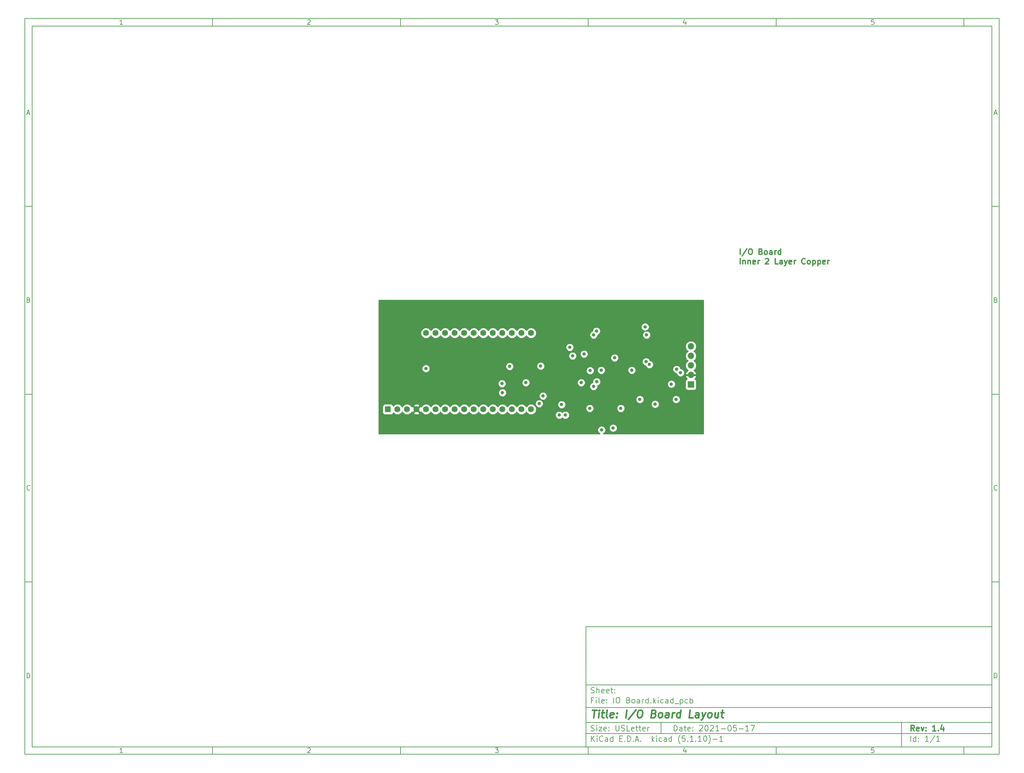
<source format=gbr>
G04 #@! TF.GenerationSoftware,KiCad,Pcbnew,(5.1.10)-1*
G04 #@! TF.CreationDate,2021-05-21T10:06:19-04:00*
G04 #@! TF.ProjectId,IO Board,494f2042-6f61-4726-942e-6b696361645f,1.4*
G04 #@! TF.SameCoordinates,Original*
G04 #@! TF.FileFunction,Copper,L3,Inr*
G04 #@! TF.FilePolarity,Positive*
%FSLAX46Y46*%
G04 Gerber Fmt 4.6, Leading zero omitted, Abs format (unit mm)*
G04 Created by KiCad (PCBNEW (5.1.10)-1) date 2021-05-21 10:06:19*
%MOMM*%
%LPD*%
G01*
G04 APERTURE LIST*
%ADD10C,0.100000*%
%ADD11C,0.150000*%
%ADD12C,0.300000*%
%ADD13C,0.400000*%
G04 #@! TA.AperFunction,NonConductor*
%ADD14C,0.300000*%
G04 #@! TD*
G04 #@! TA.AperFunction,ComponentPad*
%ADD15C,1.600000*%
G04 #@! TD*
G04 #@! TA.AperFunction,ComponentPad*
%ADD16R,1.600000X1.600000*%
G04 #@! TD*
G04 #@! TA.AperFunction,ComponentPad*
%ADD17R,1.700000X1.700000*%
G04 #@! TD*
G04 #@! TA.AperFunction,ComponentPad*
%ADD18O,1.700000X1.700000*%
G04 #@! TD*
G04 #@! TA.AperFunction,ViaPad*
%ADD19C,0.889000*%
G04 #@! TD*
G04 #@! TA.AperFunction,Conductor*
%ADD20C,0.254000*%
G04 #@! TD*
G04 #@! TA.AperFunction,Conductor*
%ADD21C,0.100000*%
G04 #@! TD*
G04 APERTURE END LIST*
D10*
D11*
X159400000Y-171900000D02*
X159400000Y-203900000D01*
X267400000Y-203900000D01*
X267400000Y-171900000D01*
X159400000Y-171900000D01*
D10*
D11*
X10000000Y-10000000D02*
X10000000Y-205900000D01*
X269400000Y-205900000D01*
X269400000Y-10000000D01*
X10000000Y-10000000D01*
D10*
D11*
X12000000Y-12000000D02*
X12000000Y-203900000D01*
X267400000Y-203900000D01*
X267400000Y-12000000D01*
X12000000Y-12000000D01*
D10*
D11*
X60000000Y-12000000D02*
X60000000Y-10000000D01*
D10*
D11*
X110000000Y-12000000D02*
X110000000Y-10000000D01*
D10*
D11*
X160000000Y-12000000D02*
X160000000Y-10000000D01*
D10*
D11*
X210000000Y-12000000D02*
X210000000Y-10000000D01*
D10*
D11*
X260000000Y-12000000D02*
X260000000Y-10000000D01*
D10*
D11*
X36065476Y-11588095D02*
X35322619Y-11588095D01*
X35694047Y-11588095D02*
X35694047Y-10288095D01*
X35570238Y-10473809D01*
X35446428Y-10597619D01*
X35322619Y-10659523D01*
D10*
D11*
X85322619Y-10411904D02*
X85384523Y-10350000D01*
X85508333Y-10288095D01*
X85817857Y-10288095D01*
X85941666Y-10350000D01*
X86003571Y-10411904D01*
X86065476Y-10535714D01*
X86065476Y-10659523D01*
X86003571Y-10845238D01*
X85260714Y-11588095D01*
X86065476Y-11588095D01*
D10*
D11*
X135260714Y-10288095D02*
X136065476Y-10288095D01*
X135632142Y-10783333D01*
X135817857Y-10783333D01*
X135941666Y-10845238D01*
X136003571Y-10907142D01*
X136065476Y-11030952D01*
X136065476Y-11340476D01*
X136003571Y-11464285D01*
X135941666Y-11526190D01*
X135817857Y-11588095D01*
X135446428Y-11588095D01*
X135322619Y-11526190D01*
X135260714Y-11464285D01*
D10*
D11*
X185941666Y-10721428D02*
X185941666Y-11588095D01*
X185632142Y-10226190D02*
X185322619Y-11154761D01*
X186127380Y-11154761D01*
D10*
D11*
X236003571Y-10288095D02*
X235384523Y-10288095D01*
X235322619Y-10907142D01*
X235384523Y-10845238D01*
X235508333Y-10783333D01*
X235817857Y-10783333D01*
X235941666Y-10845238D01*
X236003571Y-10907142D01*
X236065476Y-11030952D01*
X236065476Y-11340476D01*
X236003571Y-11464285D01*
X235941666Y-11526190D01*
X235817857Y-11588095D01*
X235508333Y-11588095D01*
X235384523Y-11526190D01*
X235322619Y-11464285D01*
D10*
D11*
X60000000Y-203900000D02*
X60000000Y-205900000D01*
D10*
D11*
X110000000Y-203900000D02*
X110000000Y-205900000D01*
D10*
D11*
X160000000Y-203900000D02*
X160000000Y-205900000D01*
D10*
D11*
X210000000Y-203900000D02*
X210000000Y-205900000D01*
D10*
D11*
X260000000Y-203900000D02*
X260000000Y-205900000D01*
D10*
D11*
X36065476Y-205488095D02*
X35322619Y-205488095D01*
X35694047Y-205488095D02*
X35694047Y-204188095D01*
X35570238Y-204373809D01*
X35446428Y-204497619D01*
X35322619Y-204559523D01*
D10*
D11*
X85322619Y-204311904D02*
X85384523Y-204250000D01*
X85508333Y-204188095D01*
X85817857Y-204188095D01*
X85941666Y-204250000D01*
X86003571Y-204311904D01*
X86065476Y-204435714D01*
X86065476Y-204559523D01*
X86003571Y-204745238D01*
X85260714Y-205488095D01*
X86065476Y-205488095D01*
D10*
D11*
X135260714Y-204188095D02*
X136065476Y-204188095D01*
X135632142Y-204683333D01*
X135817857Y-204683333D01*
X135941666Y-204745238D01*
X136003571Y-204807142D01*
X136065476Y-204930952D01*
X136065476Y-205240476D01*
X136003571Y-205364285D01*
X135941666Y-205426190D01*
X135817857Y-205488095D01*
X135446428Y-205488095D01*
X135322619Y-205426190D01*
X135260714Y-205364285D01*
D10*
D11*
X185941666Y-204621428D02*
X185941666Y-205488095D01*
X185632142Y-204126190D02*
X185322619Y-205054761D01*
X186127380Y-205054761D01*
D10*
D11*
X236003571Y-204188095D02*
X235384523Y-204188095D01*
X235322619Y-204807142D01*
X235384523Y-204745238D01*
X235508333Y-204683333D01*
X235817857Y-204683333D01*
X235941666Y-204745238D01*
X236003571Y-204807142D01*
X236065476Y-204930952D01*
X236065476Y-205240476D01*
X236003571Y-205364285D01*
X235941666Y-205426190D01*
X235817857Y-205488095D01*
X235508333Y-205488095D01*
X235384523Y-205426190D01*
X235322619Y-205364285D01*
D10*
D11*
X10000000Y-60000000D02*
X12000000Y-60000000D01*
D10*
D11*
X10000000Y-110000000D02*
X12000000Y-110000000D01*
D10*
D11*
X10000000Y-160000000D02*
X12000000Y-160000000D01*
D10*
D11*
X10690476Y-35216666D02*
X11309523Y-35216666D01*
X10566666Y-35588095D02*
X11000000Y-34288095D01*
X11433333Y-35588095D01*
D10*
D11*
X11092857Y-84907142D02*
X11278571Y-84969047D01*
X11340476Y-85030952D01*
X11402380Y-85154761D01*
X11402380Y-85340476D01*
X11340476Y-85464285D01*
X11278571Y-85526190D01*
X11154761Y-85588095D01*
X10659523Y-85588095D01*
X10659523Y-84288095D01*
X11092857Y-84288095D01*
X11216666Y-84350000D01*
X11278571Y-84411904D01*
X11340476Y-84535714D01*
X11340476Y-84659523D01*
X11278571Y-84783333D01*
X11216666Y-84845238D01*
X11092857Y-84907142D01*
X10659523Y-84907142D01*
D10*
D11*
X11402380Y-135464285D02*
X11340476Y-135526190D01*
X11154761Y-135588095D01*
X11030952Y-135588095D01*
X10845238Y-135526190D01*
X10721428Y-135402380D01*
X10659523Y-135278571D01*
X10597619Y-135030952D01*
X10597619Y-134845238D01*
X10659523Y-134597619D01*
X10721428Y-134473809D01*
X10845238Y-134350000D01*
X11030952Y-134288095D01*
X11154761Y-134288095D01*
X11340476Y-134350000D01*
X11402380Y-134411904D01*
D10*
D11*
X10659523Y-185588095D02*
X10659523Y-184288095D01*
X10969047Y-184288095D01*
X11154761Y-184350000D01*
X11278571Y-184473809D01*
X11340476Y-184597619D01*
X11402380Y-184845238D01*
X11402380Y-185030952D01*
X11340476Y-185278571D01*
X11278571Y-185402380D01*
X11154761Y-185526190D01*
X10969047Y-185588095D01*
X10659523Y-185588095D01*
D10*
D11*
X269400000Y-60000000D02*
X267400000Y-60000000D01*
D10*
D11*
X269400000Y-110000000D02*
X267400000Y-110000000D01*
D10*
D11*
X269400000Y-160000000D02*
X267400000Y-160000000D01*
D10*
D11*
X268090476Y-35216666D02*
X268709523Y-35216666D01*
X267966666Y-35588095D02*
X268400000Y-34288095D01*
X268833333Y-35588095D01*
D10*
D11*
X268492857Y-84907142D02*
X268678571Y-84969047D01*
X268740476Y-85030952D01*
X268802380Y-85154761D01*
X268802380Y-85340476D01*
X268740476Y-85464285D01*
X268678571Y-85526190D01*
X268554761Y-85588095D01*
X268059523Y-85588095D01*
X268059523Y-84288095D01*
X268492857Y-84288095D01*
X268616666Y-84350000D01*
X268678571Y-84411904D01*
X268740476Y-84535714D01*
X268740476Y-84659523D01*
X268678571Y-84783333D01*
X268616666Y-84845238D01*
X268492857Y-84907142D01*
X268059523Y-84907142D01*
D10*
D11*
X268802380Y-135464285D02*
X268740476Y-135526190D01*
X268554761Y-135588095D01*
X268430952Y-135588095D01*
X268245238Y-135526190D01*
X268121428Y-135402380D01*
X268059523Y-135278571D01*
X267997619Y-135030952D01*
X267997619Y-134845238D01*
X268059523Y-134597619D01*
X268121428Y-134473809D01*
X268245238Y-134350000D01*
X268430952Y-134288095D01*
X268554761Y-134288095D01*
X268740476Y-134350000D01*
X268802380Y-134411904D01*
D10*
D11*
X268059523Y-185588095D02*
X268059523Y-184288095D01*
X268369047Y-184288095D01*
X268554761Y-184350000D01*
X268678571Y-184473809D01*
X268740476Y-184597619D01*
X268802380Y-184845238D01*
X268802380Y-185030952D01*
X268740476Y-185278571D01*
X268678571Y-185402380D01*
X268554761Y-185526190D01*
X268369047Y-185588095D01*
X268059523Y-185588095D01*
D10*
D11*
X182832142Y-199678571D02*
X182832142Y-198178571D01*
X183189285Y-198178571D01*
X183403571Y-198250000D01*
X183546428Y-198392857D01*
X183617857Y-198535714D01*
X183689285Y-198821428D01*
X183689285Y-199035714D01*
X183617857Y-199321428D01*
X183546428Y-199464285D01*
X183403571Y-199607142D01*
X183189285Y-199678571D01*
X182832142Y-199678571D01*
X184975000Y-199678571D02*
X184975000Y-198892857D01*
X184903571Y-198750000D01*
X184760714Y-198678571D01*
X184475000Y-198678571D01*
X184332142Y-198750000D01*
X184975000Y-199607142D02*
X184832142Y-199678571D01*
X184475000Y-199678571D01*
X184332142Y-199607142D01*
X184260714Y-199464285D01*
X184260714Y-199321428D01*
X184332142Y-199178571D01*
X184475000Y-199107142D01*
X184832142Y-199107142D01*
X184975000Y-199035714D01*
X185475000Y-198678571D02*
X186046428Y-198678571D01*
X185689285Y-198178571D02*
X185689285Y-199464285D01*
X185760714Y-199607142D01*
X185903571Y-199678571D01*
X186046428Y-199678571D01*
X187117857Y-199607142D02*
X186975000Y-199678571D01*
X186689285Y-199678571D01*
X186546428Y-199607142D01*
X186475000Y-199464285D01*
X186475000Y-198892857D01*
X186546428Y-198750000D01*
X186689285Y-198678571D01*
X186975000Y-198678571D01*
X187117857Y-198750000D01*
X187189285Y-198892857D01*
X187189285Y-199035714D01*
X186475000Y-199178571D01*
X187832142Y-199535714D02*
X187903571Y-199607142D01*
X187832142Y-199678571D01*
X187760714Y-199607142D01*
X187832142Y-199535714D01*
X187832142Y-199678571D01*
X187832142Y-198750000D02*
X187903571Y-198821428D01*
X187832142Y-198892857D01*
X187760714Y-198821428D01*
X187832142Y-198750000D01*
X187832142Y-198892857D01*
X189617857Y-198321428D02*
X189689285Y-198250000D01*
X189832142Y-198178571D01*
X190189285Y-198178571D01*
X190332142Y-198250000D01*
X190403571Y-198321428D01*
X190475000Y-198464285D01*
X190475000Y-198607142D01*
X190403571Y-198821428D01*
X189546428Y-199678571D01*
X190475000Y-199678571D01*
X191403571Y-198178571D02*
X191546428Y-198178571D01*
X191689285Y-198250000D01*
X191760714Y-198321428D01*
X191832142Y-198464285D01*
X191903571Y-198750000D01*
X191903571Y-199107142D01*
X191832142Y-199392857D01*
X191760714Y-199535714D01*
X191689285Y-199607142D01*
X191546428Y-199678571D01*
X191403571Y-199678571D01*
X191260714Y-199607142D01*
X191189285Y-199535714D01*
X191117857Y-199392857D01*
X191046428Y-199107142D01*
X191046428Y-198750000D01*
X191117857Y-198464285D01*
X191189285Y-198321428D01*
X191260714Y-198250000D01*
X191403571Y-198178571D01*
X192475000Y-198321428D02*
X192546428Y-198250000D01*
X192689285Y-198178571D01*
X193046428Y-198178571D01*
X193189285Y-198250000D01*
X193260714Y-198321428D01*
X193332142Y-198464285D01*
X193332142Y-198607142D01*
X193260714Y-198821428D01*
X192403571Y-199678571D01*
X193332142Y-199678571D01*
X194760714Y-199678571D02*
X193903571Y-199678571D01*
X194332142Y-199678571D02*
X194332142Y-198178571D01*
X194189285Y-198392857D01*
X194046428Y-198535714D01*
X193903571Y-198607142D01*
X195403571Y-199107142D02*
X196546428Y-199107142D01*
X197546428Y-198178571D02*
X197689285Y-198178571D01*
X197832142Y-198250000D01*
X197903571Y-198321428D01*
X197975000Y-198464285D01*
X198046428Y-198750000D01*
X198046428Y-199107142D01*
X197975000Y-199392857D01*
X197903571Y-199535714D01*
X197832142Y-199607142D01*
X197689285Y-199678571D01*
X197546428Y-199678571D01*
X197403571Y-199607142D01*
X197332142Y-199535714D01*
X197260714Y-199392857D01*
X197189285Y-199107142D01*
X197189285Y-198750000D01*
X197260714Y-198464285D01*
X197332142Y-198321428D01*
X197403571Y-198250000D01*
X197546428Y-198178571D01*
X199403571Y-198178571D02*
X198689285Y-198178571D01*
X198617857Y-198892857D01*
X198689285Y-198821428D01*
X198832142Y-198750000D01*
X199189285Y-198750000D01*
X199332142Y-198821428D01*
X199403571Y-198892857D01*
X199475000Y-199035714D01*
X199475000Y-199392857D01*
X199403571Y-199535714D01*
X199332142Y-199607142D01*
X199189285Y-199678571D01*
X198832142Y-199678571D01*
X198689285Y-199607142D01*
X198617857Y-199535714D01*
X200117857Y-199107142D02*
X201260714Y-199107142D01*
X202760714Y-199678571D02*
X201903571Y-199678571D01*
X202332142Y-199678571D02*
X202332142Y-198178571D01*
X202189285Y-198392857D01*
X202046428Y-198535714D01*
X201903571Y-198607142D01*
X203260714Y-198178571D02*
X204260714Y-198178571D01*
X203617857Y-199678571D01*
D10*
D11*
X159400000Y-200400000D02*
X267400000Y-200400000D01*
D10*
D11*
X160832142Y-202478571D02*
X160832142Y-200978571D01*
X161689285Y-202478571D02*
X161046428Y-201621428D01*
X161689285Y-200978571D02*
X160832142Y-201835714D01*
X162332142Y-202478571D02*
X162332142Y-201478571D01*
X162332142Y-200978571D02*
X162260714Y-201050000D01*
X162332142Y-201121428D01*
X162403571Y-201050000D01*
X162332142Y-200978571D01*
X162332142Y-201121428D01*
X163903571Y-202335714D02*
X163832142Y-202407142D01*
X163617857Y-202478571D01*
X163475000Y-202478571D01*
X163260714Y-202407142D01*
X163117857Y-202264285D01*
X163046428Y-202121428D01*
X162975000Y-201835714D01*
X162975000Y-201621428D01*
X163046428Y-201335714D01*
X163117857Y-201192857D01*
X163260714Y-201050000D01*
X163475000Y-200978571D01*
X163617857Y-200978571D01*
X163832142Y-201050000D01*
X163903571Y-201121428D01*
X165189285Y-202478571D02*
X165189285Y-201692857D01*
X165117857Y-201550000D01*
X164975000Y-201478571D01*
X164689285Y-201478571D01*
X164546428Y-201550000D01*
X165189285Y-202407142D02*
X165046428Y-202478571D01*
X164689285Y-202478571D01*
X164546428Y-202407142D01*
X164475000Y-202264285D01*
X164475000Y-202121428D01*
X164546428Y-201978571D01*
X164689285Y-201907142D01*
X165046428Y-201907142D01*
X165189285Y-201835714D01*
X166546428Y-202478571D02*
X166546428Y-200978571D01*
X166546428Y-202407142D02*
X166403571Y-202478571D01*
X166117857Y-202478571D01*
X165975000Y-202407142D01*
X165903571Y-202335714D01*
X165832142Y-202192857D01*
X165832142Y-201764285D01*
X165903571Y-201621428D01*
X165975000Y-201550000D01*
X166117857Y-201478571D01*
X166403571Y-201478571D01*
X166546428Y-201550000D01*
X168403571Y-201692857D02*
X168903571Y-201692857D01*
X169117857Y-202478571D02*
X168403571Y-202478571D01*
X168403571Y-200978571D01*
X169117857Y-200978571D01*
X169760714Y-202335714D02*
X169832142Y-202407142D01*
X169760714Y-202478571D01*
X169689285Y-202407142D01*
X169760714Y-202335714D01*
X169760714Y-202478571D01*
X170475000Y-202478571D02*
X170475000Y-200978571D01*
X170832142Y-200978571D01*
X171046428Y-201050000D01*
X171189285Y-201192857D01*
X171260714Y-201335714D01*
X171332142Y-201621428D01*
X171332142Y-201835714D01*
X171260714Y-202121428D01*
X171189285Y-202264285D01*
X171046428Y-202407142D01*
X170832142Y-202478571D01*
X170475000Y-202478571D01*
X171975000Y-202335714D02*
X172046428Y-202407142D01*
X171975000Y-202478571D01*
X171903571Y-202407142D01*
X171975000Y-202335714D01*
X171975000Y-202478571D01*
X172617857Y-202050000D02*
X173332142Y-202050000D01*
X172475000Y-202478571D02*
X172975000Y-200978571D01*
X173475000Y-202478571D01*
X173975000Y-202335714D02*
X174046428Y-202407142D01*
X173975000Y-202478571D01*
X173903571Y-202407142D01*
X173975000Y-202335714D01*
X173975000Y-202478571D01*
X176975000Y-202478571D02*
X176975000Y-200978571D01*
X177117857Y-201907142D02*
X177546428Y-202478571D01*
X177546428Y-201478571D02*
X176975000Y-202050000D01*
X178189285Y-202478571D02*
X178189285Y-201478571D01*
X178189285Y-200978571D02*
X178117857Y-201050000D01*
X178189285Y-201121428D01*
X178260714Y-201050000D01*
X178189285Y-200978571D01*
X178189285Y-201121428D01*
X179546428Y-202407142D02*
X179403571Y-202478571D01*
X179117857Y-202478571D01*
X178975000Y-202407142D01*
X178903571Y-202335714D01*
X178832142Y-202192857D01*
X178832142Y-201764285D01*
X178903571Y-201621428D01*
X178975000Y-201550000D01*
X179117857Y-201478571D01*
X179403571Y-201478571D01*
X179546428Y-201550000D01*
X180832142Y-202478571D02*
X180832142Y-201692857D01*
X180760714Y-201550000D01*
X180617857Y-201478571D01*
X180332142Y-201478571D01*
X180189285Y-201550000D01*
X180832142Y-202407142D02*
X180689285Y-202478571D01*
X180332142Y-202478571D01*
X180189285Y-202407142D01*
X180117857Y-202264285D01*
X180117857Y-202121428D01*
X180189285Y-201978571D01*
X180332142Y-201907142D01*
X180689285Y-201907142D01*
X180832142Y-201835714D01*
X182189285Y-202478571D02*
X182189285Y-200978571D01*
X182189285Y-202407142D02*
X182046428Y-202478571D01*
X181760714Y-202478571D01*
X181617857Y-202407142D01*
X181546428Y-202335714D01*
X181475000Y-202192857D01*
X181475000Y-201764285D01*
X181546428Y-201621428D01*
X181617857Y-201550000D01*
X181760714Y-201478571D01*
X182046428Y-201478571D01*
X182189285Y-201550000D01*
X184475000Y-203050000D02*
X184403571Y-202978571D01*
X184260714Y-202764285D01*
X184189285Y-202621428D01*
X184117857Y-202407142D01*
X184046428Y-202050000D01*
X184046428Y-201764285D01*
X184117857Y-201407142D01*
X184189285Y-201192857D01*
X184260714Y-201050000D01*
X184403571Y-200835714D01*
X184475000Y-200764285D01*
X185760714Y-200978571D02*
X185046428Y-200978571D01*
X184975000Y-201692857D01*
X185046428Y-201621428D01*
X185189285Y-201550000D01*
X185546428Y-201550000D01*
X185689285Y-201621428D01*
X185760714Y-201692857D01*
X185832142Y-201835714D01*
X185832142Y-202192857D01*
X185760714Y-202335714D01*
X185689285Y-202407142D01*
X185546428Y-202478571D01*
X185189285Y-202478571D01*
X185046428Y-202407142D01*
X184975000Y-202335714D01*
X186475000Y-202335714D02*
X186546428Y-202407142D01*
X186475000Y-202478571D01*
X186403571Y-202407142D01*
X186475000Y-202335714D01*
X186475000Y-202478571D01*
X187975000Y-202478571D02*
X187117857Y-202478571D01*
X187546428Y-202478571D02*
X187546428Y-200978571D01*
X187403571Y-201192857D01*
X187260714Y-201335714D01*
X187117857Y-201407142D01*
X188617857Y-202335714D02*
X188689285Y-202407142D01*
X188617857Y-202478571D01*
X188546428Y-202407142D01*
X188617857Y-202335714D01*
X188617857Y-202478571D01*
X190117857Y-202478571D02*
X189260714Y-202478571D01*
X189689285Y-202478571D02*
X189689285Y-200978571D01*
X189546428Y-201192857D01*
X189403571Y-201335714D01*
X189260714Y-201407142D01*
X191046428Y-200978571D02*
X191189285Y-200978571D01*
X191332142Y-201050000D01*
X191403571Y-201121428D01*
X191475000Y-201264285D01*
X191546428Y-201550000D01*
X191546428Y-201907142D01*
X191475000Y-202192857D01*
X191403571Y-202335714D01*
X191332142Y-202407142D01*
X191189285Y-202478571D01*
X191046428Y-202478571D01*
X190903571Y-202407142D01*
X190832142Y-202335714D01*
X190760714Y-202192857D01*
X190689285Y-201907142D01*
X190689285Y-201550000D01*
X190760714Y-201264285D01*
X190832142Y-201121428D01*
X190903571Y-201050000D01*
X191046428Y-200978571D01*
X192046428Y-203050000D02*
X192117857Y-202978571D01*
X192260714Y-202764285D01*
X192332142Y-202621428D01*
X192403571Y-202407142D01*
X192475000Y-202050000D01*
X192475000Y-201764285D01*
X192403571Y-201407142D01*
X192332142Y-201192857D01*
X192260714Y-201050000D01*
X192117857Y-200835714D01*
X192046428Y-200764285D01*
X193189285Y-201907142D02*
X194332142Y-201907142D01*
X195832142Y-202478571D02*
X194975000Y-202478571D01*
X195403571Y-202478571D02*
X195403571Y-200978571D01*
X195260714Y-201192857D01*
X195117857Y-201335714D01*
X194975000Y-201407142D01*
D10*
D11*
X159400000Y-197400000D02*
X267400000Y-197400000D01*
D10*
D12*
X246809285Y-199678571D02*
X246309285Y-198964285D01*
X245952142Y-199678571D02*
X245952142Y-198178571D01*
X246523571Y-198178571D01*
X246666428Y-198250000D01*
X246737857Y-198321428D01*
X246809285Y-198464285D01*
X246809285Y-198678571D01*
X246737857Y-198821428D01*
X246666428Y-198892857D01*
X246523571Y-198964285D01*
X245952142Y-198964285D01*
X248023571Y-199607142D02*
X247880714Y-199678571D01*
X247595000Y-199678571D01*
X247452142Y-199607142D01*
X247380714Y-199464285D01*
X247380714Y-198892857D01*
X247452142Y-198750000D01*
X247595000Y-198678571D01*
X247880714Y-198678571D01*
X248023571Y-198750000D01*
X248095000Y-198892857D01*
X248095000Y-199035714D01*
X247380714Y-199178571D01*
X248595000Y-198678571D02*
X248952142Y-199678571D01*
X249309285Y-198678571D01*
X249880714Y-199535714D02*
X249952142Y-199607142D01*
X249880714Y-199678571D01*
X249809285Y-199607142D01*
X249880714Y-199535714D01*
X249880714Y-199678571D01*
X249880714Y-198750000D02*
X249952142Y-198821428D01*
X249880714Y-198892857D01*
X249809285Y-198821428D01*
X249880714Y-198750000D01*
X249880714Y-198892857D01*
X252523571Y-199678571D02*
X251666428Y-199678571D01*
X252095000Y-199678571D02*
X252095000Y-198178571D01*
X251952142Y-198392857D01*
X251809285Y-198535714D01*
X251666428Y-198607142D01*
X253166428Y-199535714D02*
X253237857Y-199607142D01*
X253166428Y-199678571D01*
X253095000Y-199607142D01*
X253166428Y-199535714D01*
X253166428Y-199678571D01*
X254523571Y-198678571D02*
X254523571Y-199678571D01*
X254166428Y-198107142D02*
X253809285Y-199178571D01*
X254737857Y-199178571D01*
D10*
D11*
X160760714Y-199607142D02*
X160975000Y-199678571D01*
X161332142Y-199678571D01*
X161475000Y-199607142D01*
X161546428Y-199535714D01*
X161617857Y-199392857D01*
X161617857Y-199250000D01*
X161546428Y-199107142D01*
X161475000Y-199035714D01*
X161332142Y-198964285D01*
X161046428Y-198892857D01*
X160903571Y-198821428D01*
X160832142Y-198750000D01*
X160760714Y-198607142D01*
X160760714Y-198464285D01*
X160832142Y-198321428D01*
X160903571Y-198250000D01*
X161046428Y-198178571D01*
X161403571Y-198178571D01*
X161617857Y-198250000D01*
X162260714Y-199678571D02*
X162260714Y-198678571D01*
X162260714Y-198178571D02*
X162189285Y-198250000D01*
X162260714Y-198321428D01*
X162332142Y-198250000D01*
X162260714Y-198178571D01*
X162260714Y-198321428D01*
X162832142Y-198678571D02*
X163617857Y-198678571D01*
X162832142Y-199678571D01*
X163617857Y-199678571D01*
X164760714Y-199607142D02*
X164617857Y-199678571D01*
X164332142Y-199678571D01*
X164189285Y-199607142D01*
X164117857Y-199464285D01*
X164117857Y-198892857D01*
X164189285Y-198750000D01*
X164332142Y-198678571D01*
X164617857Y-198678571D01*
X164760714Y-198750000D01*
X164832142Y-198892857D01*
X164832142Y-199035714D01*
X164117857Y-199178571D01*
X165475000Y-199535714D02*
X165546428Y-199607142D01*
X165475000Y-199678571D01*
X165403571Y-199607142D01*
X165475000Y-199535714D01*
X165475000Y-199678571D01*
X165475000Y-198750000D02*
X165546428Y-198821428D01*
X165475000Y-198892857D01*
X165403571Y-198821428D01*
X165475000Y-198750000D01*
X165475000Y-198892857D01*
X167332142Y-198178571D02*
X167332142Y-199392857D01*
X167403571Y-199535714D01*
X167475000Y-199607142D01*
X167617857Y-199678571D01*
X167903571Y-199678571D01*
X168046428Y-199607142D01*
X168117857Y-199535714D01*
X168189285Y-199392857D01*
X168189285Y-198178571D01*
X168832142Y-199607142D02*
X169046428Y-199678571D01*
X169403571Y-199678571D01*
X169546428Y-199607142D01*
X169617857Y-199535714D01*
X169689285Y-199392857D01*
X169689285Y-199250000D01*
X169617857Y-199107142D01*
X169546428Y-199035714D01*
X169403571Y-198964285D01*
X169117857Y-198892857D01*
X168975000Y-198821428D01*
X168903571Y-198750000D01*
X168832142Y-198607142D01*
X168832142Y-198464285D01*
X168903571Y-198321428D01*
X168975000Y-198250000D01*
X169117857Y-198178571D01*
X169475000Y-198178571D01*
X169689285Y-198250000D01*
X171046428Y-199678571D02*
X170332142Y-199678571D01*
X170332142Y-198178571D01*
X172117857Y-199607142D02*
X171975000Y-199678571D01*
X171689285Y-199678571D01*
X171546428Y-199607142D01*
X171475000Y-199464285D01*
X171475000Y-198892857D01*
X171546428Y-198750000D01*
X171689285Y-198678571D01*
X171975000Y-198678571D01*
X172117857Y-198750000D01*
X172189285Y-198892857D01*
X172189285Y-199035714D01*
X171475000Y-199178571D01*
X172617857Y-198678571D02*
X173189285Y-198678571D01*
X172832142Y-198178571D02*
X172832142Y-199464285D01*
X172903571Y-199607142D01*
X173046428Y-199678571D01*
X173189285Y-199678571D01*
X173475000Y-198678571D02*
X174046428Y-198678571D01*
X173689285Y-198178571D02*
X173689285Y-199464285D01*
X173760714Y-199607142D01*
X173903571Y-199678571D01*
X174046428Y-199678571D01*
X175117857Y-199607142D02*
X174975000Y-199678571D01*
X174689285Y-199678571D01*
X174546428Y-199607142D01*
X174475000Y-199464285D01*
X174475000Y-198892857D01*
X174546428Y-198750000D01*
X174689285Y-198678571D01*
X174975000Y-198678571D01*
X175117857Y-198750000D01*
X175189285Y-198892857D01*
X175189285Y-199035714D01*
X174475000Y-199178571D01*
X175832142Y-199678571D02*
X175832142Y-198678571D01*
X175832142Y-198964285D02*
X175903571Y-198821428D01*
X175975000Y-198750000D01*
X176117857Y-198678571D01*
X176260714Y-198678571D01*
D10*
D11*
X245832142Y-202478571D02*
X245832142Y-200978571D01*
X247189285Y-202478571D02*
X247189285Y-200978571D01*
X247189285Y-202407142D02*
X247046428Y-202478571D01*
X246760714Y-202478571D01*
X246617857Y-202407142D01*
X246546428Y-202335714D01*
X246475000Y-202192857D01*
X246475000Y-201764285D01*
X246546428Y-201621428D01*
X246617857Y-201550000D01*
X246760714Y-201478571D01*
X247046428Y-201478571D01*
X247189285Y-201550000D01*
X247903571Y-202335714D02*
X247975000Y-202407142D01*
X247903571Y-202478571D01*
X247832142Y-202407142D01*
X247903571Y-202335714D01*
X247903571Y-202478571D01*
X247903571Y-201550000D02*
X247975000Y-201621428D01*
X247903571Y-201692857D01*
X247832142Y-201621428D01*
X247903571Y-201550000D01*
X247903571Y-201692857D01*
X250546428Y-202478571D02*
X249689285Y-202478571D01*
X250117857Y-202478571D02*
X250117857Y-200978571D01*
X249975000Y-201192857D01*
X249832142Y-201335714D01*
X249689285Y-201407142D01*
X252260714Y-200907142D02*
X250975000Y-202835714D01*
X253546428Y-202478571D02*
X252689285Y-202478571D01*
X253117857Y-202478571D02*
X253117857Y-200978571D01*
X252975000Y-201192857D01*
X252832142Y-201335714D01*
X252689285Y-201407142D01*
D10*
D11*
X159400000Y-193400000D02*
X267400000Y-193400000D01*
D10*
D13*
X161112380Y-194104761D02*
X162255238Y-194104761D01*
X161433809Y-196104761D02*
X161683809Y-194104761D01*
X162671904Y-196104761D02*
X162838571Y-194771428D01*
X162921904Y-194104761D02*
X162814761Y-194200000D01*
X162898095Y-194295238D01*
X163005238Y-194200000D01*
X162921904Y-194104761D01*
X162898095Y-194295238D01*
X163505238Y-194771428D02*
X164267142Y-194771428D01*
X163874285Y-194104761D02*
X163660000Y-195819047D01*
X163731428Y-196009523D01*
X163910000Y-196104761D01*
X164100476Y-196104761D01*
X165052857Y-196104761D02*
X164874285Y-196009523D01*
X164802857Y-195819047D01*
X165017142Y-194104761D01*
X166588571Y-196009523D02*
X166386190Y-196104761D01*
X166005238Y-196104761D01*
X165826666Y-196009523D01*
X165755238Y-195819047D01*
X165850476Y-195057142D01*
X165969523Y-194866666D01*
X166171904Y-194771428D01*
X166552857Y-194771428D01*
X166731428Y-194866666D01*
X166802857Y-195057142D01*
X166779047Y-195247619D01*
X165802857Y-195438095D01*
X167552857Y-195914285D02*
X167636190Y-196009523D01*
X167529047Y-196104761D01*
X167445714Y-196009523D01*
X167552857Y-195914285D01*
X167529047Y-196104761D01*
X167683809Y-194866666D02*
X167767142Y-194961904D01*
X167660000Y-195057142D01*
X167576666Y-194961904D01*
X167683809Y-194866666D01*
X167660000Y-195057142D01*
X170005238Y-196104761D02*
X170255238Y-194104761D01*
X172648095Y-194009523D02*
X170612380Y-196580952D01*
X173683809Y-194104761D02*
X174064761Y-194104761D01*
X174243333Y-194200000D01*
X174410000Y-194390476D01*
X174457619Y-194771428D01*
X174374285Y-195438095D01*
X174231428Y-195819047D01*
X174017142Y-196009523D01*
X173814761Y-196104761D01*
X173433809Y-196104761D01*
X173255238Y-196009523D01*
X173088571Y-195819047D01*
X173040952Y-195438095D01*
X173124285Y-194771428D01*
X173267142Y-194390476D01*
X173481428Y-194200000D01*
X173683809Y-194104761D01*
X177469523Y-195057142D02*
X177743333Y-195152380D01*
X177826666Y-195247619D01*
X177898095Y-195438095D01*
X177862380Y-195723809D01*
X177743333Y-195914285D01*
X177636190Y-196009523D01*
X177433809Y-196104761D01*
X176671904Y-196104761D01*
X176921904Y-194104761D01*
X177588571Y-194104761D01*
X177767142Y-194200000D01*
X177850476Y-194295238D01*
X177921904Y-194485714D01*
X177898095Y-194676190D01*
X177779047Y-194866666D01*
X177671904Y-194961904D01*
X177469523Y-195057142D01*
X176802857Y-195057142D01*
X178957619Y-196104761D02*
X178779047Y-196009523D01*
X178695714Y-195914285D01*
X178624285Y-195723809D01*
X178695714Y-195152380D01*
X178814761Y-194961904D01*
X178921904Y-194866666D01*
X179124285Y-194771428D01*
X179410000Y-194771428D01*
X179588571Y-194866666D01*
X179671904Y-194961904D01*
X179743333Y-195152380D01*
X179671904Y-195723809D01*
X179552857Y-195914285D01*
X179445714Y-196009523D01*
X179243333Y-196104761D01*
X178957619Y-196104761D01*
X181338571Y-196104761D02*
X181469523Y-195057142D01*
X181398095Y-194866666D01*
X181219523Y-194771428D01*
X180838571Y-194771428D01*
X180636190Y-194866666D01*
X181350476Y-196009523D02*
X181148095Y-196104761D01*
X180671904Y-196104761D01*
X180493333Y-196009523D01*
X180421904Y-195819047D01*
X180445714Y-195628571D01*
X180564761Y-195438095D01*
X180767142Y-195342857D01*
X181243333Y-195342857D01*
X181445714Y-195247619D01*
X182290952Y-196104761D02*
X182457619Y-194771428D01*
X182410000Y-195152380D02*
X182529047Y-194961904D01*
X182636190Y-194866666D01*
X182838571Y-194771428D01*
X183029047Y-194771428D01*
X184386190Y-196104761D02*
X184636190Y-194104761D01*
X184398095Y-196009523D02*
X184195714Y-196104761D01*
X183814761Y-196104761D01*
X183636190Y-196009523D01*
X183552857Y-195914285D01*
X183481428Y-195723809D01*
X183552857Y-195152380D01*
X183671904Y-194961904D01*
X183779047Y-194866666D01*
X183981428Y-194771428D01*
X184362380Y-194771428D01*
X184540952Y-194866666D01*
X187814761Y-196104761D02*
X186862380Y-196104761D01*
X187112380Y-194104761D01*
X189338571Y-196104761D02*
X189469523Y-195057142D01*
X189398095Y-194866666D01*
X189219523Y-194771428D01*
X188838571Y-194771428D01*
X188636190Y-194866666D01*
X189350476Y-196009523D02*
X189148095Y-196104761D01*
X188671904Y-196104761D01*
X188493333Y-196009523D01*
X188421904Y-195819047D01*
X188445714Y-195628571D01*
X188564761Y-195438095D01*
X188767142Y-195342857D01*
X189243333Y-195342857D01*
X189445714Y-195247619D01*
X190267142Y-194771428D02*
X190576666Y-196104761D01*
X191219523Y-194771428D02*
X190576666Y-196104761D01*
X190326666Y-196580952D01*
X190219523Y-196676190D01*
X190017142Y-196771428D01*
X192100476Y-196104761D02*
X191921904Y-196009523D01*
X191838571Y-195914285D01*
X191767142Y-195723809D01*
X191838571Y-195152380D01*
X191957619Y-194961904D01*
X192064761Y-194866666D01*
X192267142Y-194771428D01*
X192552857Y-194771428D01*
X192731428Y-194866666D01*
X192814761Y-194961904D01*
X192886190Y-195152380D01*
X192814761Y-195723809D01*
X192695714Y-195914285D01*
X192588571Y-196009523D01*
X192386190Y-196104761D01*
X192100476Y-196104761D01*
X194648095Y-194771428D02*
X194481428Y-196104761D01*
X193790952Y-194771428D02*
X193660000Y-195819047D01*
X193731428Y-196009523D01*
X193910000Y-196104761D01*
X194195714Y-196104761D01*
X194398095Y-196009523D01*
X194505238Y-195914285D01*
X195314761Y-194771428D02*
X196076666Y-194771428D01*
X195683809Y-194104761D02*
X195469523Y-195819047D01*
X195540952Y-196009523D01*
X195719523Y-196104761D01*
X195910000Y-196104761D01*
D10*
D11*
X161332142Y-191492857D02*
X160832142Y-191492857D01*
X160832142Y-192278571D02*
X160832142Y-190778571D01*
X161546428Y-190778571D01*
X162117857Y-192278571D02*
X162117857Y-191278571D01*
X162117857Y-190778571D02*
X162046428Y-190850000D01*
X162117857Y-190921428D01*
X162189285Y-190850000D01*
X162117857Y-190778571D01*
X162117857Y-190921428D01*
X163046428Y-192278571D02*
X162903571Y-192207142D01*
X162832142Y-192064285D01*
X162832142Y-190778571D01*
X164189285Y-192207142D02*
X164046428Y-192278571D01*
X163760714Y-192278571D01*
X163617857Y-192207142D01*
X163546428Y-192064285D01*
X163546428Y-191492857D01*
X163617857Y-191350000D01*
X163760714Y-191278571D01*
X164046428Y-191278571D01*
X164189285Y-191350000D01*
X164260714Y-191492857D01*
X164260714Y-191635714D01*
X163546428Y-191778571D01*
X164903571Y-192135714D02*
X164975000Y-192207142D01*
X164903571Y-192278571D01*
X164832142Y-192207142D01*
X164903571Y-192135714D01*
X164903571Y-192278571D01*
X164903571Y-191350000D02*
X164975000Y-191421428D01*
X164903571Y-191492857D01*
X164832142Y-191421428D01*
X164903571Y-191350000D01*
X164903571Y-191492857D01*
X166760714Y-192278571D02*
X166760714Y-190778571D01*
X167760714Y-190778571D02*
X168046428Y-190778571D01*
X168189285Y-190850000D01*
X168332142Y-190992857D01*
X168403571Y-191278571D01*
X168403571Y-191778571D01*
X168332142Y-192064285D01*
X168189285Y-192207142D01*
X168046428Y-192278571D01*
X167760714Y-192278571D01*
X167617857Y-192207142D01*
X167475000Y-192064285D01*
X167403571Y-191778571D01*
X167403571Y-191278571D01*
X167475000Y-190992857D01*
X167617857Y-190850000D01*
X167760714Y-190778571D01*
X170689285Y-191492857D02*
X170903571Y-191564285D01*
X170975000Y-191635714D01*
X171046428Y-191778571D01*
X171046428Y-191992857D01*
X170975000Y-192135714D01*
X170903571Y-192207142D01*
X170760714Y-192278571D01*
X170189285Y-192278571D01*
X170189285Y-190778571D01*
X170689285Y-190778571D01*
X170832142Y-190850000D01*
X170903571Y-190921428D01*
X170975000Y-191064285D01*
X170975000Y-191207142D01*
X170903571Y-191350000D01*
X170832142Y-191421428D01*
X170689285Y-191492857D01*
X170189285Y-191492857D01*
X171903571Y-192278571D02*
X171760714Y-192207142D01*
X171689285Y-192135714D01*
X171617857Y-191992857D01*
X171617857Y-191564285D01*
X171689285Y-191421428D01*
X171760714Y-191350000D01*
X171903571Y-191278571D01*
X172117857Y-191278571D01*
X172260714Y-191350000D01*
X172332142Y-191421428D01*
X172403571Y-191564285D01*
X172403571Y-191992857D01*
X172332142Y-192135714D01*
X172260714Y-192207142D01*
X172117857Y-192278571D01*
X171903571Y-192278571D01*
X173689285Y-192278571D02*
X173689285Y-191492857D01*
X173617857Y-191350000D01*
X173475000Y-191278571D01*
X173189285Y-191278571D01*
X173046428Y-191350000D01*
X173689285Y-192207142D02*
X173546428Y-192278571D01*
X173189285Y-192278571D01*
X173046428Y-192207142D01*
X172975000Y-192064285D01*
X172975000Y-191921428D01*
X173046428Y-191778571D01*
X173189285Y-191707142D01*
X173546428Y-191707142D01*
X173689285Y-191635714D01*
X174403571Y-192278571D02*
X174403571Y-191278571D01*
X174403571Y-191564285D02*
X174475000Y-191421428D01*
X174546428Y-191350000D01*
X174689285Y-191278571D01*
X174832142Y-191278571D01*
X175975000Y-192278571D02*
X175975000Y-190778571D01*
X175975000Y-192207142D02*
X175832142Y-192278571D01*
X175546428Y-192278571D01*
X175403571Y-192207142D01*
X175332142Y-192135714D01*
X175260714Y-191992857D01*
X175260714Y-191564285D01*
X175332142Y-191421428D01*
X175403571Y-191350000D01*
X175546428Y-191278571D01*
X175832142Y-191278571D01*
X175975000Y-191350000D01*
X176689285Y-192135714D02*
X176760714Y-192207142D01*
X176689285Y-192278571D01*
X176617857Y-192207142D01*
X176689285Y-192135714D01*
X176689285Y-192278571D01*
X177403571Y-192278571D02*
X177403571Y-190778571D01*
X177546428Y-191707142D02*
X177975000Y-192278571D01*
X177975000Y-191278571D02*
X177403571Y-191850000D01*
X178617857Y-192278571D02*
X178617857Y-191278571D01*
X178617857Y-190778571D02*
X178546428Y-190850000D01*
X178617857Y-190921428D01*
X178689285Y-190850000D01*
X178617857Y-190778571D01*
X178617857Y-190921428D01*
X179975000Y-192207142D02*
X179832142Y-192278571D01*
X179546428Y-192278571D01*
X179403571Y-192207142D01*
X179332142Y-192135714D01*
X179260714Y-191992857D01*
X179260714Y-191564285D01*
X179332142Y-191421428D01*
X179403571Y-191350000D01*
X179546428Y-191278571D01*
X179832142Y-191278571D01*
X179975000Y-191350000D01*
X181260714Y-192278571D02*
X181260714Y-191492857D01*
X181189285Y-191350000D01*
X181046428Y-191278571D01*
X180760714Y-191278571D01*
X180617857Y-191350000D01*
X181260714Y-192207142D02*
X181117857Y-192278571D01*
X180760714Y-192278571D01*
X180617857Y-192207142D01*
X180546428Y-192064285D01*
X180546428Y-191921428D01*
X180617857Y-191778571D01*
X180760714Y-191707142D01*
X181117857Y-191707142D01*
X181260714Y-191635714D01*
X182617857Y-192278571D02*
X182617857Y-190778571D01*
X182617857Y-192207142D02*
X182475000Y-192278571D01*
X182189285Y-192278571D01*
X182046428Y-192207142D01*
X181975000Y-192135714D01*
X181903571Y-191992857D01*
X181903571Y-191564285D01*
X181975000Y-191421428D01*
X182046428Y-191350000D01*
X182189285Y-191278571D01*
X182475000Y-191278571D01*
X182617857Y-191350000D01*
X182975000Y-192421428D02*
X184117857Y-192421428D01*
X184475000Y-191278571D02*
X184475000Y-192778571D01*
X184475000Y-191350000D02*
X184617857Y-191278571D01*
X184903571Y-191278571D01*
X185046428Y-191350000D01*
X185117857Y-191421428D01*
X185189285Y-191564285D01*
X185189285Y-191992857D01*
X185117857Y-192135714D01*
X185046428Y-192207142D01*
X184903571Y-192278571D01*
X184617857Y-192278571D01*
X184475000Y-192207142D01*
X186475000Y-192207142D02*
X186332142Y-192278571D01*
X186046428Y-192278571D01*
X185903571Y-192207142D01*
X185832142Y-192135714D01*
X185760714Y-191992857D01*
X185760714Y-191564285D01*
X185832142Y-191421428D01*
X185903571Y-191350000D01*
X186046428Y-191278571D01*
X186332142Y-191278571D01*
X186475000Y-191350000D01*
X187117857Y-192278571D02*
X187117857Y-190778571D01*
X187117857Y-191350000D02*
X187260714Y-191278571D01*
X187546428Y-191278571D01*
X187689285Y-191350000D01*
X187760714Y-191421428D01*
X187832142Y-191564285D01*
X187832142Y-191992857D01*
X187760714Y-192135714D01*
X187689285Y-192207142D01*
X187546428Y-192278571D01*
X187260714Y-192278571D01*
X187117857Y-192207142D01*
D10*
D11*
X159400000Y-187400000D02*
X267400000Y-187400000D01*
D10*
D11*
X160760714Y-189507142D02*
X160975000Y-189578571D01*
X161332142Y-189578571D01*
X161475000Y-189507142D01*
X161546428Y-189435714D01*
X161617857Y-189292857D01*
X161617857Y-189150000D01*
X161546428Y-189007142D01*
X161475000Y-188935714D01*
X161332142Y-188864285D01*
X161046428Y-188792857D01*
X160903571Y-188721428D01*
X160832142Y-188650000D01*
X160760714Y-188507142D01*
X160760714Y-188364285D01*
X160832142Y-188221428D01*
X160903571Y-188150000D01*
X161046428Y-188078571D01*
X161403571Y-188078571D01*
X161617857Y-188150000D01*
X162260714Y-189578571D02*
X162260714Y-188078571D01*
X162903571Y-189578571D02*
X162903571Y-188792857D01*
X162832142Y-188650000D01*
X162689285Y-188578571D01*
X162475000Y-188578571D01*
X162332142Y-188650000D01*
X162260714Y-188721428D01*
X164189285Y-189507142D02*
X164046428Y-189578571D01*
X163760714Y-189578571D01*
X163617857Y-189507142D01*
X163546428Y-189364285D01*
X163546428Y-188792857D01*
X163617857Y-188650000D01*
X163760714Y-188578571D01*
X164046428Y-188578571D01*
X164189285Y-188650000D01*
X164260714Y-188792857D01*
X164260714Y-188935714D01*
X163546428Y-189078571D01*
X165475000Y-189507142D02*
X165332142Y-189578571D01*
X165046428Y-189578571D01*
X164903571Y-189507142D01*
X164832142Y-189364285D01*
X164832142Y-188792857D01*
X164903571Y-188650000D01*
X165046428Y-188578571D01*
X165332142Y-188578571D01*
X165475000Y-188650000D01*
X165546428Y-188792857D01*
X165546428Y-188935714D01*
X164832142Y-189078571D01*
X165975000Y-188578571D02*
X166546428Y-188578571D01*
X166189285Y-188078571D02*
X166189285Y-189364285D01*
X166260714Y-189507142D01*
X166403571Y-189578571D01*
X166546428Y-189578571D01*
X167046428Y-189435714D02*
X167117857Y-189507142D01*
X167046428Y-189578571D01*
X166975000Y-189507142D01*
X167046428Y-189435714D01*
X167046428Y-189578571D01*
X167046428Y-188650000D02*
X167117857Y-188721428D01*
X167046428Y-188792857D01*
X166975000Y-188721428D01*
X167046428Y-188650000D01*
X167046428Y-188792857D01*
D10*
D11*
X179400000Y-197400000D02*
X179400000Y-200400000D01*
D10*
D11*
X243400000Y-197400000D02*
X243400000Y-203900000D01*
D14*
X200450142Y-72809571D02*
X200450142Y-71309571D01*
X202235857Y-71238142D02*
X200950142Y-73166714D01*
X203021571Y-71309571D02*
X203307285Y-71309571D01*
X203450142Y-71381000D01*
X203593000Y-71523857D01*
X203664428Y-71809571D01*
X203664428Y-72309571D01*
X203593000Y-72595285D01*
X203450142Y-72738142D01*
X203307285Y-72809571D01*
X203021571Y-72809571D01*
X202878714Y-72738142D01*
X202735857Y-72595285D01*
X202664428Y-72309571D01*
X202664428Y-71809571D01*
X202735857Y-71523857D01*
X202878714Y-71381000D01*
X203021571Y-71309571D01*
X205950142Y-72023857D02*
X206164428Y-72095285D01*
X206235857Y-72166714D01*
X206307285Y-72309571D01*
X206307285Y-72523857D01*
X206235857Y-72666714D01*
X206164428Y-72738142D01*
X206021571Y-72809571D01*
X205450142Y-72809571D01*
X205450142Y-71309571D01*
X205950142Y-71309571D01*
X206093000Y-71381000D01*
X206164428Y-71452428D01*
X206235857Y-71595285D01*
X206235857Y-71738142D01*
X206164428Y-71881000D01*
X206093000Y-71952428D01*
X205950142Y-72023857D01*
X205450142Y-72023857D01*
X207164428Y-72809571D02*
X207021571Y-72738142D01*
X206950142Y-72666714D01*
X206878714Y-72523857D01*
X206878714Y-72095285D01*
X206950142Y-71952428D01*
X207021571Y-71881000D01*
X207164428Y-71809571D01*
X207378714Y-71809571D01*
X207521571Y-71881000D01*
X207593000Y-71952428D01*
X207664428Y-72095285D01*
X207664428Y-72523857D01*
X207593000Y-72666714D01*
X207521571Y-72738142D01*
X207378714Y-72809571D01*
X207164428Y-72809571D01*
X208950142Y-72809571D02*
X208950142Y-72023857D01*
X208878714Y-71881000D01*
X208735857Y-71809571D01*
X208450142Y-71809571D01*
X208307285Y-71881000D01*
X208950142Y-72738142D02*
X208807285Y-72809571D01*
X208450142Y-72809571D01*
X208307285Y-72738142D01*
X208235857Y-72595285D01*
X208235857Y-72452428D01*
X208307285Y-72309571D01*
X208450142Y-72238142D01*
X208807285Y-72238142D01*
X208950142Y-72166714D01*
X209664428Y-72809571D02*
X209664428Y-71809571D01*
X209664428Y-72095285D02*
X209735857Y-71952428D01*
X209807285Y-71881000D01*
X209950142Y-71809571D01*
X210093000Y-71809571D01*
X211235857Y-72809571D02*
X211235857Y-71309571D01*
X211235857Y-72738142D02*
X211093000Y-72809571D01*
X210807285Y-72809571D01*
X210664428Y-72738142D01*
X210593000Y-72666714D01*
X210521571Y-72523857D01*
X210521571Y-72095285D01*
X210593000Y-71952428D01*
X210664428Y-71881000D01*
X210807285Y-71809571D01*
X211093000Y-71809571D01*
X211235857Y-71881000D01*
X200450142Y-75359571D02*
X200450142Y-73859571D01*
X201164428Y-74359571D02*
X201164428Y-75359571D01*
X201164428Y-74502428D02*
X201235857Y-74431000D01*
X201378714Y-74359571D01*
X201593000Y-74359571D01*
X201735857Y-74431000D01*
X201807285Y-74573857D01*
X201807285Y-75359571D01*
X202521571Y-74359571D02*
X202521571Y-75359571D01*
X202521571Y-74502428D02*
X202593000Y-74431000D01*
X202735857Y-74359571D01*
X202950142Y-74359571D01*
X203093000Y-74431000D01*
X203164428Y-74573857D01*
X203164428Y-75359571D01*
X204450142Y-75288142D02*
X204307285Y-75359571D01*
X204021571Y-75359571D01*
X203878714Y-75288142D01*
X203807285Y-75145285D01*
X203807285Y-74573857D01*
X203878714Y-74431000D01*
X204021571Y-74359571D01*
X204307285Y-74359571D01*
X204450142Y-74431000D01*
X204521571Y-74573857D01*
X204521571Y-74716714D01*
X203807285Y-74859571D01*
X205164428Y-75359571D02*
X205164428Y-74359571D01*
X205164428Y-74645285D02*
X205235857Y-74502428D01*
X205307285Y-74431000D01*
X205450142Y-74359571D01*
X205593000Y-74359571D01*
X207164428Y-74002428D02*
X207235857Y-73931000D01*
X207378714Y-73859571D01*
X207735857Y-73859571D01*
X207878714Y-73931000D01*
X207950142Y-74002428D01*
X208021571Y-74145285D01*
X208021571Y-74288142D01*
X207950142Y-74502428D01*
X207093000Y-75359571D01*
X208021571Y-75359571D01*
X210521571Y-75359571D02*
X209807285Y-75359571D01*
X209807285Y-73859571D01*
X211664428Y-75359571D02*
X211664428Y-74573857D01*
X211593000Y-74431000D01*
X211450142Y-74359571D01*
X211164428Y-74359571D01*
X211021571Y-74431000D01*
X211664428Y-75288142D02*
X211521571Y-75359571D01*
X211164428Y-75359571D01*
X211021571Y-75288142D01*
X210950142Y-75145285D01*
X210950142Y-75002428D01*
X211021571Y-74859571D01*
X211164428Y-74788142D01*
X211521571Y-74788142D01*
X211664428Y-74716714D01*
X212235857Y-74359571D02*
X212593000Y-75359571D01*
X212950142Y-74359571D02*
X212593000Y-75359571D01*
X212450142Y-75716714D01*
X212378714Y-75788142D01*
X212235857Y-75859571D01*
X214093000Y-75288142D02*
X213950142Y-75359571D01*
X213664428Y-75359571D01*
X213521571Y-75288142D01*
X213450142Y-75145285D01*
X213450142Y-74573857D01*
X213521571Y-74431000D01*
X213664428Y-74359571D01*
X213950142Y-74359571D01*
X214093000Y-74431000D01*
X214164428Y-74573857D01*
X214164428Y-74716714D01*
X213450142Y-74859571D01*
X214807285Y-75359571D02*
X214807285Y-74359571D01*
X214807285Y-74645285D02*
X214878714Y-74502428D01*
X214950142Y-74431000D01*
X215093000Y-74359571D01*
X215235857Y-74359571D01*
X217735857Y-75216714D02*
X217664428Y-75288142D01*
X217450142Y-75359571D01*
X217307285Y-75359571D01*
X217093000Y-75288142D01*
X216950142Y-75145285D01*
X216878714Y-75002428D01*
X216807285Y-74716714D01*
X216807285Y-74502428D01*
X216878714Y-74216714D01*
X216950142Y-74073857D01*
X217093000Y-73931000D01*
X217307285Y-73859571D01*
X217450142Y-73859571D01*
X217664428Y-73931000D01*
X217735857Y-74002428D01*
X218593000Y-75359571D02*
X218450142Y-75288142D01*
X218378714Y-75216714D01*
X218307285Y-75073857D01*
X218307285Y-74645285D01*
X218378714Y-74502428D01*
X218450142Y-74431000D01*
X218593000Y-74359571D01*
X218807285Y-74359571D01*
X218950142Y-74431000D01*
X219021571Y-74502428D01*
X219093000Y-74645285D01*
X219093000Y-75073857D01*
X219021571Y-75216714D01*
X218950142Y-75288142D01*
X218807285Y-75359571D01*
X218593000Y-75359571D01*
X219735857Y-74359571D02*
X219735857Y-75859571D01*
X219735857Y-74431000D02*
X219878714Y-74359571D01*
X220164428Y-74359571D01*
X220307285Y-74431000D01*
X220378714Y-74502428D01*
X220450142Y-74645285D01*
X220450142Y-75073857D01*
X220378714Y-75216714D01*
X220307285Y-75288142D01*
X220164428Y-75359571D01*
X219878714Y-75359571D01*
X219735857Y-75288142D01*
X221093000Y-74359571D02*
X221093000Y-75859571D01*
X221093000Y-74431000D02*
X221235857Y-74359571D01*
X221521571Y-74359571D01*
X221664428Y-74431000D01*
X221735857Y-74502428D01*
X221807285Y-74645285D01*
X221807285Y-75073857D01*
X221735857Y-75216714D01*
X221664428Y-75288142D01*
X221521571Y-75359571D01*
X221235857Y-75359571D01*
X221093000Y-75288142D01*
X223021571Y-75288142D02*
X222878714Y-75359571D01*
X222593000Y-75359571D01*
X222450142Y-75288142D01*
X222378714Y-75145285D01*
X222378714Y-74573857D01*
X222450142Y-74431000D01*
X222593000Y-74359571D01*
X222878714Y-74359571D01*
X223021571Y-74431000D01*
X223093000Y-74573857D01*
X223093000Y-74716714D01*
X222378714Y-74859571D01*
X223735857Y-75359571D02*
X223735857Y-74359571D01*
X223735857Y-74645285D02*
X223807285Y-74502428D01*
X223878714Y-74431000D01*
X224021571Y-74359571D01*
X224164428Y-74359571D01*
D15*
X144780000Y-114046000D03*
X142240000Y-114046000D03*
X139700000Y-114046000D03*
X137160000Y-114046000D03*
X134620000Y-114046000D03*
X132080000Y-114046000D03*
X129540000Y-114046000D03*
X127000000Y-114046000D03*
X124460000Y-114046000D03*
X121920000Y-114046000D03*
X119380000Y-114046000D03*
X116840000Y-114046000D03*
X114300000Y-114046000D03*
X111760000Y-114046000D03*
X109220000Y-114046000D03*
D16*
X106680000Y-114046000D03*
D15*
X116840000Y-93726000D03*
X119380000Y-93726000D03*
X121920000Y-93726000D03*
X124460000Y-93726000D03*
X127000000Y-93726000D03*
X129540000Y-93726000D03*
X132080000Y-93726000D03*
X134620000Y-93726000D03*
X137160000Y-93726000D03*
X139700000Y-93726000D03*
X142240000Y-93726000D03*
X144780000Y-93726000D03*
D17*
X187325000Y-107442000D03*
D18*
X187325000Y-104902000D03*
X187325000Y-102362000D03*
X187325000Y-99822000D03*
X187325000Y-97282000D03*
D19*
X137668000Y-97790000D03*
X151765000Y-109728000D03*
X163957000Y-113284000D03*
X163957000Y-98298000D03*
X139827000Y-111506000D03*
X179959000Y-100584000D03*
X178689000Y-104902000D03*
X125095000Y-109982000D03*
X111402283Y-106885317D03*
X119710200Y-101015800D03*
X154432000Y-117500400D03*
X176276000Y-114554000D03*
X175387000Y-101346000D03*
X155829000Y-99822000D03*
X152909500Y-112774500D03*
X168656000Y-113792000D03*
X163525200Y-119532400D03*
X177800000Y-112649000D03*
X137033000Y-107188000D03*
X160497467Y-103728467D03*
X175514000Y-94234000D03*
X175133000Y-92075000D03*
X184531000Y-104267000D03*
X183515003Y-103378007D03*
X158877000Y-99314000D03*
X139065000Y-102616000D03*
X147320000Y-102489000D03*
X137165000Y-109596000D03*
X116776500Y-103187500D03*
X146939002Y-112522000D03*
X171577000Y-103632000D03*
X167005000Y-100330000D03*
X173736000Y-111379000D03*
X183388000Y-111379000D03*
X176276000Y-102108000D03*
X143383000Y-106934000D03*
X158114974Y-106934000D03*
X155067000Y-97536000D03*
X161417000Y-94234000D03*
X161417000Y-107950000D03*
X162179000Y-93218000D03*
X162242500Y-106680000D03*
X182118000Y-107315000D03*
X147955000Y-110490000D03*
X152273000Y-115570000D03*
X160401000Y-113792000D03*
X163449000Y-103632000D03*
X166624000Y-118999000D03*
X153924000Y-115570000D03*
D20*
X190627000Y-120523000D02*
X163954548Y-120523000D01*
X164036535Y-120489040D01*
X164213341Y-120370902D01*
X164363702Y-120220541D01*
X164481840Y-120043735D01*
X164563215Y-119847278D01*
X164604700Y-119638721D01*
X164604700Y-119426079D01*
X164563215Y-119217522D01*
X164481840Y-119021065D01*
X164396056Y-118892679D01*
X165544500Y-118892679D01*
X165544500Y-119105321D01*
X165585985Y-119313878D01*
X165667360Y-119510335D01*
X165785498Y-119687141D01*
X165935859Y-119837502D01*
X166112665Y-119955640D01*
X166309122Y-120037015D01*
X166517679Y-120078500D01*
X166730321Y-120078500D01*
X166938878Y-120037015D01*
X167135335Y-119955640D01*
X167312141Y-119837502D01*
X167462502Y-119687141D01*
X167580640Y-119510335D01*
X167662015Y-119313878D01*
X167703500Y-119105321D01*
X167703500Y-118892679D01*
X167662015Y-118684122D01*
X167580640Y-118487665D01*
X167462502Y-118310859D01*
X167312141Y-118160498D01*
X167135335Y-118042360D01*
X166938878Y-117960985D01*
X166730321Y-117919500D01*
X166517679Y-117919500D01*
X166309122Y-117960985D01*
X166112665Y-118042360D01*
X165935859Y-118160498D01*
X165785498Y-118310859D01*
X165667360Y-118487665D01*
X165585985Y-118684122D01*
X165544500Y-118892679D01*
X164396056Y-118892679D01*
X164363702Y-118844259D01*
X164213341Y-118693898D01*
X164036535Y-118575760D01*
X163840078Y-118494385D01*
X163631521Y-118452900D01*
X163418879Y-118452900D01*
X163210322Y-118494385D01*
X163013865Y-118575760D01*
X162837059Y-118693898D01*
X162686698Y-118844259D01*
X162568560Y-119021065D01*
X162487185Y-119217522D01*
X162445700Y-119426079D01*
X162445700Y-119638721D01*
X162487185Y-119847278D01*
X162568560Y-120043735D01*
X162686698Y-120220541D01*
X162837059Y-120370902D01*
X163013865Y-120489040D01*
X163095852Y-120523000D01*
X104267000Y-120523000D01*
X104267000Y-113246000D01*
X105241928Y-113246000D01*
X105241928Y-114846000D01*
X105254188Y-114970482D01*
X105290498Y-115090180D01*
X105349463Y-115200494D01*
X105428815Y-115297185D01*
X105525506Y-115376537D01*
X105635820Y-115435502D01*
X105755518Y-115471812D01*
X105880000Y-115484072D01*
X107480000Y-115484072D01*
X107604482Y-115471812D01*
X107724180Y-115435502D01*
X107834494Y-115376537D01*
X107931185Y-115297185D01*
X108010537Y-115200494D01*
X108069502Y-115090180D01*
X108105812Y-114970482D01*
X108106643Y-114962039D01*
X108305241Y-115160637D01*
X108540273Y-115317680D01*
X108801426Y-115425853D01*
X109078665Y-115481000D01*
X109361335Y-115481000D01*
X109638574Y-115425853D01*
X109899727Y-115317680D01*
X110134759Y-115160637D01*
X110334637Y-114960759D01*
X110490000Y-114728241D01*
X110645363Y-114960759D01*
X110845241Y-115160637D01*
X111080273Y-115317680D01*
X111341426Y-115425853D01*
X111618665Y-115481000D01*
X111901335Y-115481000D01*
X112178574Y-115425853D01*
X112439727Y-115317680D01*
X112674759Y-115160637D01*
X112796694Y-115038702D01*
X113486903Y-115038702D01*
X113558486Y-115282671D01*
X113813996Y-115403571D01*
X114088184Y-115472300D01*
X114370512Y-115486217D01*
X114650130Y-115444787D01*
X114916292Y-115349603D01*
X115041514Y-115282671D01*
X115113097Y-115038702D01*
X114300000Y-114225605D01*
X113486903Y-115038702D01*
X112796694Y-115038702D01*
X112874637Y-114960759D01*
X113030915Y-114726872D01*
X113063329Y-114787514D01*
X113307298Y-114859097D01*
X114120395Y-114046000D01*
X114479605Y-114046000D01*
X115292702Y-114859097D01*
X115536671Y-114787514D01*
X115567194Y-114723008D01*
X115568320Y-114725727D01*
X115725363Y-114960759D01*
X115925241Y-115160637D01*
X116160273Y-115317680D01*
X116421426Y-115425853D01*
X116698665Y-115481000D01*
X116981335Y-115481000D01*
X117258574Y-115425853D01*
X117519727Y-115317680D01*
X117754759Y-115160637D01*
X117954637Y-114960759D01*
X118110000Y-114728241D01*
X118265363Y-114960759D01*
X118465241Y-115160637D01*
X118700273Y-115317680D01*
X118961426Y-115425853D01*
X119238665Y-115481000D01*
X119521335Y-115481000D01*
X119798574Y-115425853D01*
X120059727Y-115317680D01*
X120294759Y-115160637D01*
X120494637Y-114960759D01*
X120650000Y-114728241D01*
X120805363Y-114960759D01*
X121005241Y-115160637D01*
X121240273Y-115317680D01*
X121501426Y-115425853D01*
X121778665Y-115481000D01*
X122061335Y-115481000D01*
X122338574Y-115425853D01*
X122599727Y-115317680D01*
X122834759Y-115160637D01*
X123034637Y-114960759D01*
X123190000Y-114728241D01*
X123345363Y-114960759D01*
X123545241Y-115160637D01*
X123780273Y-115317680D01*
X124041426Y-115425853D01*
X124318665Y-115481000D01*
X124601335Y-115481000D01*
X124878574Y-115425853D01*
X125139727Y-115317680D01*
X125374759Y-115160637D01*
X125574637Y-114960759D01*
X125730000Y-114728241D01*
X125885363Y-114960759D01*
X126085241Y-115160637D01*
X126320273Y-115317680D01*
X126581426Y-115425853D01*
X126858665Y-115481000D01*
X127141335Y-115481000D01*
X127418574Y-115425853D01*
X127679727Y-115317680D01*
X127914759Y-115160637D01*
X128114637Y-114960759D01*
X128270000Y-114728241D01*
X128425363Y-114960759D01*
X128625241Y-115160637D01*
X128860273Y-115317680D01*
X129121426Y-115425853D01*
X129398665Y-115481000D01*
X129681335Y-115481000D01*
X129958574Y-115425853D01*
X130219727Y-115317680D01*
X130454759Y-115160637D01*
X130654637Y-114960759D01*
X130810000Y-114728241D01*
X130965363Y-114960759D01*
X131165241Y-115160637D01*
X131400273Y-115317680D01*
X131661426Y-115425853D01*
X131938665Y-115481000D01*
X132221335Y-115481000D01*
X132498574Y-115425853D01*
X132759727Y-115317680D01*
X132994759Y-115160637D01*
X133194637Y-114960759D01*
X133350000Y-114728241D01*
X133505363Y-114960759D01*
X133705241Y-115160637D01*
X133940273Y-115317680D01*
X134201426Y-115425853D01*
X134478665Y-115481000D01*
X134761335Y-115481000D01*
X135038574Y-115425853D01*
X135299727Y-115317680D01*
X135534759Y-115160637D01*
X135734637Y-114960759D01*
X135890000Y-114728241D01*
X136045363Y-114960759D01*
X136245241Y-115160637D01*
X136480273Y-115317680D01*
X136741426Y-115425853D01*
X137018665Y-115481000D01*
X137301335Y-115481000D01*
X137578574Y-115425853D01*
X137839727Y-115317680D01*
X138074759Y-115160637D01*
X138274637Y-114960759D01*
X138430000Y-114728241D01*
X138585363Y-114960759D01*
X138785241Y-115160637D01*
X139020273Y-115317680D01*
X139281426Y-115425853D01*
X139558665Y-115481000D01*
X139841335Y-115481000D01*
X140118574Y-115425853D01*
X140379727Y-115317680D01*
X140614759Y-115160637D01*
X140814637Y-114960759D01*
X140970000Y-114728241D01*
X141125363Y-114960759D01*
X141325241Y-115160637D01*
X141560273Y-115317680D01*
X141821426Y-115425853D01*
X142098665Y-115481000D01*
X142381335Y-115481000D01*
X142658574Y-115425853D01*
X142919727Y-115317680D01*
X143154759Y-115160637D01*
X143354637Y-114960759D01*
X143510000Y-114728241D01*
X143665363Y-114960759D01*
X143865241Y-115160637D01*
X144100273Y-115317680D01*
X144361426Y-115425853D01*
X144638665Y-115481000D01*
X144921335Y-115481000D01*
X145008412Y-115463679D01*
X151193500Y-115463679D01*
X151193500Y-115676321D01*
X151234985Y-115884878D01*
X151316360Y-116081335D01*
X151434498Y-116258141D01*
X151584859Y-116408502D01*
X151761665Y-116526640D01*
X151958122Y-116608015D01*
X152166679Y-116649500D01*
X152379321Y-116649500D01*
X152587878Y-116608015D01*
X152784335Y-116526640D01*
X152961141Y-116408502D01*
X153098500Y-116271143D01*
X153235859Y-116408502D01*
X153412665Y-116526640D01*
X153609122Y-116608015D01*
X153817679Y-116649500D01*
X154030321Y-116649500D01*
X154238878Y-116608015D01*
X154435335Y-116526640D01*
X154612141Y-116408502D01*
X154762502Y-116258141D01*
X154880640Y-116081335D01*
X154962015Y-115884878D01*
X155003500Y-115676321D01*
X155003500Y-115463679D01*
X154962015Y-115255122D01*
X154880640Y-115058665D01*
X154762502Y-114881859D01*
X154612141Y-114731498D01*
X154435335Y-114613360D01*
X154238878Y-114531985D01*
X154030321Y-114490500D01*
X153817679Y-114490500D01*
X153609122Y-114531985D01*
X153412665Y-114613360D01*
X153235859Y-114731498D01*
X153098500Y-114868857D01*
X152961141Y-114731498D01*
X152784335Y-114613360D01*
X152587878Y-114531985D01*
X152379321Y-114490500D01*
X152166679Y-114490500D01*
X151958122Y-114531985D01*
X151761665Y-114613360D01*
X151584859Y-114731498D01*
X151434498Y-114881859D01*
X151316360Y-115058665D01*
X151234985Y-115255122D01*
X151193500Y-115463679D01*
X145008412Y-115463679D01*
X145198574Y-115425853D01*
X145459727Y-115317680D01*
X145694759Y-115160637D01*
X145894637Y-114960759D01*
X146051680Y-114725727D01*
X146159853Y-114464574D01*
X146215000Y-114187335D01*
X146215000Y-113904665D01*
X146159853Y-113627426D01*
X146051680Y-113366273D01*
X145894637Y-113131241D01*
X145694759Y-112931363D01*
X145459727Y-112774320D01*
X145198574Y-112666147D01*
X144921335Y-112611000D01*
X144638665Y-112611000D01*
X144361426Y-112666147D01*
X144100273Y-112774320D01*
X143865241Y-112931363D01*
X143665363Y-113131241D01*
X143510000Y-113363759D01*
X143354637Y-113131241D01*
X143154759Y-112931363D01*
X142919727Y-112774320D01*
X142658574Y-112666147D01*
X142381335Y-112611000D01*
X142098665Y-112611000D01*
X141821426Y-112666147D01*
X141560273Y-112774320D01*
X141325241Y-112931363D01*
X141125363Y-113131241D01*
X140970000Y-113363759D01*
X140814637Y-113131241D01*
X140614759Y-112931363D01*
X140379727Y-112774320D01*
X140118574Y-112666147D01*
X139841335Y-112611000D01*
X139558665Y-112611000D01*
X139281426Y-112666147D01*
X139020273Y-112774320D01*
X138785241Y-112931363D01*
X138585363Y-113131241D01*
X138430000Y-113363759D01*
X138274637Y-113131241D01*
X138074759Y-112931363D01*
X137839727Y-112774320D01*
X137578574Y-112666147D01*
X137301335Y-112611000D01*
X137018665Y-112611000D01*
X136741426Y-112666147D01*
X136480273Y-112774320D01*
X136245241Y-112931363D01*
X136045363Y-113131241D01*
X135890000Y-113363759D01*
X135734637Y-113131241D01*
X135534759Y-112931363D01*
X135299727Y-112774320D01*
X135038574Y-112666147D01*
X134761335Y-112611000D01*
X134478665Y-112611000D01*
X134201426Y-112666147D01*
X133940273Y-112774320D01*
X133705241Y-112931363D01*
X133505363Y-113131241D01*
X133350000Y-113363759D01*
X133194637Y-113131241D01*
X132994759Y-112931363D01*
X132759727Y-112774320D01*
X132498574Y-112666147D01*
X132221335Y-112611000D01*
X131938665Y-112611000D01*
X131661426Y-112666147D01*
X131400273Y-112774320D01*
X131165241Y-112931363D01*
X130965363Y-113131241D01*
X130810000Y-113363759D01*
X130654637Y-113131241D01*
X130454759Y-112931363D01*
X130219727Y-112774320D01*
X129958574Y-112666147D01*
X129681335Y-112611000D01*
X129398665Y-112611000D01*
X129121426Y-112666147D01*
X128860273Y-112774320D01*
X128625241Y-112931363D01*
X128425363Y-113131241D01*
X128270000Y-113363759D01*
X128114637Y-113131241D01*
X127914759Y-112931363D01*
X127679727Y-112774320D01*
X127418574Y-112666147D01*
X127141335Y-112611000D01*
X126858665Y-112611000D01*
X126581426Y-112666147D01*
X126320273Y-112774320D01*
X126085241Y-112931363D01*
X125885363Y-113131241D01*
X125730000Y-113363759D01*
X125574637Y-113131241D01*
X125374759Y-112931363D01*
X125139727Y-112774320D01*
X124878574Y-112666147D01*
X124601335Y-112611000D01*
X124318665Y-112611000D01*
X124041426Y-112666147D01*
X123780273Y-112774320D01*
X123545241Y-112931363D01*
X123345363Y-113131241D01*
X123190000Y-113363759D01*
X123034637Y-113131241D01*
X122834759Y-112931363D01*
X122599727Y-112774320D01*
X122338574Y-112666147D01*
X122061335Y-112611000D01*
X121778665Y-112611000D01*
X121501426Y-112666147D01*
X121240273Y-112774320D01*
X121005241Y-112931363D01*
X120805363Y-113131241D01*
X120650000Y-113363759D01*
X120494637Y-113131241D01*
X120294759Y-112931363D01*
X120059727Y-112774320D01*
X119798574Y-112666147D01*
X119521335Y-112611000D01*
X119238665Y-112611000D01*
X118961426Y-112666147D01*
X118700273Y-112774320D01*
X118465241Y-112931363D01*
X118265363Y-113131241D01*
X118110000Y-113363759D01*
X117954637Y-113131241D01*
X117754759Y-112931363D01*
X117519727Y-112774320D01*
X117258574Y-112666147D01*
X116981335Y-112611000D01*
X116698665Y-112611000D01*
X116421426Y-112666147D01*
X116160273Y-112774320D01*
X115925241Y-112931363D01*
X115725363Y-113131241D01*
X115569085Y-113365128D01*
X115536671Y-113304486D01*
X115292702Y-113232903D01*
X114479605Y-114046000D01*
X114120395Y-114046000D01*
X113307298Y-113232903D01*
X113063329Y-113304486D01*
X113032806Y-113368992D01*
X113031680Y-113366273D01*
X112874637Y-113131241D01*
X112796694Y-113053298D01*
X113486903Y-113053298D01*
X114300000Y-113866395D01*
X115113097Y-113053298D01*
X115041514Y-112809329D01*
X114786004Y-112688429D01*
X114511816Y-112619700D01*
X114229488Y-112605783D01*
X113949870Y-112647213D01*
X113683708Y-112742397D01*
X113558486Y-112809329D01*
X113486903Y-113053298D01*
X112796694Y-113053298D01*
X112674759Y-112931363D01*
X112439727Y-112774320D01*
X112178574Y-112666147D01*
X111901335Y-112611000D01*
X111618665Y-112611000D01*
X111341426Y-112666147D01*
X111080273Y-112774320D01*
X110845241Y-112931363D01*
X110645363Y-113131241D01*
X110490000Y-113363759D01*
X110334637Y-113131241D01*
X110134759Y-112931363D01*
X109899727Y-112774320D01*
X109638574Y-112666147D01*
X109361335Y-112611000D01*
X109078665Y-112611000D01*
X108801426Y-112666147D01*
X108540273Y-112774320D01*
X108305241Y-112931363D01*
X108106643Y-113129961D01*
X108105812Y-113121518D01*
X108069502Y-113001820D01*
X108010537Y-112891506D01*
X107931185Y-112794815D01*
X107834494Y-112715463D01*
X107724180Y-112656498D01*
X107604482Y-112620188D01*
X107480000Y-112607928D01*
X105880000Y-112607928D01*
X105755518Y-112620188D01*
X105635820Y-112656498D01*
X105525506Y-112715463D01*
X105428815Y-112794815D01*
X105349463Y-112891506D01*
X105290498Y-113001820D01*
X105254188Y-113121518D01*
X105241928Y-113246000D01*
X104267000Y-113246000D01*
X104267000Y-112415679D01*
X145859502Y-112415679D01*
X145859502Y-112628321D01*
X145900987Y-112836878D01*
X145982362Y-113033335D01*
X146100500Y-113210141D01*
X146250861Y-113360502D01*
X146427667Y-113478640D01*
X146624124Y-113560015D01*
X146832681Y-113601500D01*
X147045323Y-113601500D01*
X147253880Y-113560015D01*
X147450337Y-113478640D01*
X147627143Y-113360502D01*
X147777504Y-113210141D01*
X147895642Y-113033335D01*
X147977017Y-112836878D01*
X148010573Y-112668179D01*
X151830000Y-112668179D01*
X151830000Y-112880821D01*
X151871485Y-113089378D01*
X151952860Y-113285835D01*
X152070998Y-113462641D01*
X152221359Y-113613002D01*
X152398165Y-113731140D01*
X152594622Y-113812515D01*
X152803179Y-113854000D01*
X153015821Y-113854000D01*
X153224378Y-113812515D01*
X153420835Y-113731140D01*
X153488872Y-113685679D01*
X159321500Y-113685679D01*
X159321500Y-113898321D01*
X159362985Y-114106878D01*
X159444360Y-114303335D01*
X159562498Y-114480141D01*
X159712859Y-114630502D01*
X159889665Y-114748640D01*
X160086122Y-114830015D01*
X160294679Y-114871500D01*
X160507321Y-114871500D01*
X160715878Y-114830015D01*
X160912335Y-114748640D01*
X161089141Y-114630502D01*
X161239502Y-114480141D01*
X161357640Y-114303335D01*
X161439015Y-114106878D01*
X161480500Y-113898321D01*
X161480500Y-113685679D01*
X167576500Y-113685679D01*
X167576500Y-113898321D01*
X167617985Y-114106878D01*
X167699360Y-114303335D01*
X167817498Y-114480141D01*
X167967859Y-114630502D01*
X168144665Y-114748640D01*
X168341122Y-114830015D01*
X168549679Y-114871500D01*
X168762321Y-114871500D01*
X168970878Y-114830015D01*
X169167335Y-114748640D01*
X169344141Y-114630502D01*
X169494502Y-114480141D01*
X169612640Y-114303335D01*
X169694015Y-114106878D01*
X169735500Y-113898321D01*
X169735500Y-113685679D01*
X169694015Y-113477122D01*
X169612640Y-113280665D01*
X169494502Y-113103859D01*
X169344141Y-112953498D01*
X169167335Y-112835360D01*
X168970878Y-112753985D01*
X168762321Y-112712500D01*
X168549679Y-112712500D01*
X168341122Y-112753985D01*
X168144665Y-112835360D01*
X167967859Y-112953498D01*
X167817498Y-113103859D01*
X167699360Y-113280665D01*
X167617985Y-113477122D01*
X167576500Y-113685679D01*
X161480500Y-113685679D01*
X161439015Y-113477122D01*
X161357640Y-113280665D01*
X161239502Y-113103859D01*
X161089141Y-112953498D01*
X160912335Y-112835360D01*
X160715878Y-112753985D01*
X160507321Y-112712500D01*
X160294679Y-112712500D01*
X160086122Y-112753985D01*
X159889665Y-112835360D01*
X159712859Y-112953498D01*
X159562498Y-113103859D01*
X159444360Y-113280665D01*
X159362985Y-113477122D01*
X159321500Y-113685679D01*
X153488872Y-113685679D01*
X153597641Y-113613002D01*
X153748002Y-113462641D01*
X153866140Y-113285835D01*
X153947515Y-113089378D01*
X153989000Y-112880821D01*
X153989000Y-112668179D01*
X153964037Y-112542679D01*
X176720500Y-112542679D01*
X176720500Y-112755321D01*
X176761985Y-112963878D01*
X176843360Y-113160335D01*
X176961498Y-113337141D01*
X177111859Y-113487502D01*
X177288665Y-113605640D01*
X177485122Y-113687015D01*
X177693679Y-113728500D01*
X177906321Y-113728500D01*
X178114878Y-113687015D01*
X178311335Y-113605640D01*
X178488141Y-113487502D01*
X178638502Y-113337141D01*
X178756640Y-113160335D01*
X178838015Y-112963878D01*
X178879500Y-112755321D01*
X178879500Y-112542679D01*
X178838015Y-112334122D01*
X178756640Y-112137665D01*
X178638502Y-111960859D01*
X178488141Y-111810498D01*
X178311335Y-111692360D01*
X178114878Y-111610985D01*
X177906321Y-111569500D01*
X177693679Y-111569500D01*
X177485122Y-111610985D01*
X177288665Y-111692360D01*
X177111859Y-111810498D01*
X176961498Y-111960859D01*
X176843360Y-112137665D01*
X176761985Y-112334122D01*
X176720500Y-112542679D01*
X153964037Y-112542679D01*
X153947515Y-112459622D01*
X153866140Y-112263165D01*
X153748002Y-112086359D01*
X153597641Y-111935998D01*
X153420835Y-111817860D01*
X153224378Y-111736485D01*
X153015821Y-111695000D01*
X152803179Y-111695000D01*
X152594622Y-111736485D01*
X152398165Y-111817860D01*
X152221359Y-111935998D01*
X152070998Y-112086359D01*
X151952860Y-112263165D01*
X151871485Y-112459622D01*
X151830000Y-112668179D01*
X148010573Y-112668179D01*
X148018502Y-112628321D01*
X148018502Y-112415679D01*
X147977017Y-112207122D01*
X147895642Y-112010665D01*
X147777504Y-111833859D01*
X147627143Y-111683498D01*
X147450337Y-111565360D01*
X147253880Y-111483985D01*
X147045323Y-111442500D01*
X146832681Y-111442500D01*
X146624124Y-111483985D01*
X146427667Y-111565360D01*
X146250861Y-111683498D01*
X146100500Y-111833859D01*
X145982362Y-112010665D01*
X145900987Y-112207122D01*
X145859502Y-112415679D01*
X104267000Y-112415679D01*
X104267000Y-109489679D01*
X136085500Y-109489679D01*
X136085500Y-109702321D01*
X136126985Y-109910878D01*
X136208360Y-110107335D01*
X136326498Y-110284141D01*
X136476859Y-110434502D01*
X136653665Y-110552640D01*
X136850122Y-110634015D01*
X137058679Y-110675500D01*
X137271321Y-110675500D01*
X137479878Y-110634015D01*
X137676335Y-110552640D01*
X137853141Y-110434502D01*
X137903964Y-110383679D01*
X146875500Y-110383679D01*
X146875500Y-110596321D01*
X146916985Y-110804878D01*
X146998360Y-111001335D01*
X147116498Y-111178141D01*
X147266859Y-111328502D01*
X147443665Y-111446640D01*
X147640122Y-111528015D01*
X147848679Y-111569500D01*
X148061321Y-111569500D01*
X148269878Y-111528015D01*
X148466335Y-111446640D01*
X148643141Y-111328502D01*
X148698964Y-111272679D01*
X172656500Y-111272679D01*
X172656500Y-111485321D01*
X172697985Y-111693878D01*
X172779360Y-111890335D01*
X172897498Y-112067141D01*
X173047859Y-112217502D01*
X173224665Y-112335640D01*
X173421122Y-112417015D01*
X173629679Y-112458500D01*
X173842321Y-112458500D01*
X174050878Y-112417015D01*
X174247335Y-112335640D01*
X174424141Y-112217502D01*
X174574502Y-112067141D01*
X174692640Y-111890335D01*
X174774015Y-111693878D01*
X174815500Y-111485321D01*
X174815500Y-111272679D01*
X182308500Y-111272679D01*
X182308500Y-111485321D01*
X182349985Y-111693878D01*
X182431360Y-111890335D01*
X182549498Y-112067141D01*
X182699859Y-112217502D01*
X182876665Y-112335640D01*
X183073122Y-112417015D01*
X183281679Y-112458500D01*
X183494321Y-112458500D01*
X183702878Y-112417015D01*
X183899335Y-112335640D01*
X184076141Y-112217502D01*
X184226502Y-112067141D01*
X184344640Y-111890335D01*
X184426015Y-111693878D01*
X184467500Y-111485321D01*
X184467500Y-111272679D01*
X184426015Y-111064122D01*
X184344640Y-110867665D01*
X184226502Y-110690859D01*
X184076141Y-110540498D01*
X183899335Y-110422360D01*
X183702878Y-110340985D01*
X183494321Y-110299500D01*
X183281679Y-110299500D01*
X183073122Y-110340985D01*
X182876665Y-110422360D01*
X182699859Y-110540498D01*
X182549498Y-110690859D01*
X182431360Y-110867665D01*
X182349985Y-111064122D01*
X182308500Y-111272679D01*
X174815500Y-111272679D01*
X174774015Y-111064122D01*
X174692640Y-110867665D01*
X174574502Y-110690859D01*
X174424141Y-110540498D01*
X174247335Y-110422360D01*
X174050878Y-110340985D01*
X173842321Y-110299500D01*
X173629679Y-110299500D01*
X173421122Y-110340985D01*
X173224665Y-110422360D01*
X173047859Y-110540498D01*
X172897498Y-110690859D01*
X172779360Y-110867665D01*
X172697985Y-111064122D01*
X172656500Y-111272679D01*
X148698964Y-111272679D01*
X148793502Y-111178141D01*
X148911640Y-111001335D01*
X148993015Y-110804878D01*
X149034500Y-110596321D01*
X149034500Y-110383679D01*
X148993015Y-110175122D01*
X148911640Y-109978665D01*
X148793502Y-109801859D01*
X148643141Y-109651498D01*
X148466335Y-109533360D01*
X148269878Y-109451985D01*
X148061321Y-109410500D01*
X147848679Y-109410500D01*
X147640122Y-109451985D01*
X147443665Y-109533360D01*
X147266859Y-109651498D01*
X147116498Y-109801859D01*
X146998360Y-109978665D01*
X146916985Y-110175122D01*
X146875500Y-110383679D01*
X137903964Y-110383679D01*
X138003502Y-110284141D01*
X138121640Y-110107335D01*
X138203015Y-109910878D01*
X138244500Y-109702321D01*
X138244500Y-109489679D01*
X138203015Y-109281122D01*
X138121640Y-109084665D01*
X138003502Y-108907859D01*
X137853141Y-108757498D01*
X137676335Y-108639360D01*
X137479878Y-108557985D01*
X137271321Y-108516500D01*
X137058679Y-108516500D01*
X136850122Y-108557985D01*
X136653665Y-108639360D01*
X136476859Y-108757498D01*
X136326498Y-108907859D01*
X136208360Y-109084665D01*
X136126985Y-109281122D01*
X136085500Y-109489679D01*
X104267000Y-109489679D01*
X104267000Y-107081679D01*
X135953500Y-107081679D01*
X135953500Y-107294321D01*
X135994985Y-107502878D01*
X136076360Y-107699335D01*
X136194498Y-107876141D01*
X136344859Y-108026502D01*
X136521665Y-108144640D01*
X136718122Y-108226015D01*
X136926679Y-108267500D01*
X137139321Y-108267500D01*
X137347878Y-108226015D01*
X137544335Y-108144640D01*
X137721141Y-108026502D01*
X137871502Y-107876141D01*
X137989640Y-107699335D01*
X138071015Y-107502878D01*
X138112500Y-107294321D01*
X138112500Y-107081679D01*
X138071015Y-106873122D01*
X138052192Y-106827679D01*
X142303500Y-106827679D01*
X142303500Y-107040321D01*
X142344985Y-107248878D01*
X142426360Y-107445335D01*
X142544498Y-107622141D01*
X142694859Y-107772502D01*
X142871665Y-107890640D01*
X143068122Y-107972015D01*
X143276679Y-108013500D01*
X143489321Y-108013500D01*
X143697878Y-107972015D01*
X143894335Y-107890640D01*
X144071141Y-107772502D01*
X144221502Y-107622141D01*
X144339640Y-107445335D01*
X144421015Y-107248878D01*
X144462500Y-107040321D01*
X144462500Y-106827679D01*
X157035474Y-106827679D01*
X157035474Y-107040321D01*
X157076959Y-107248878D01*
X157158334Y-107445335D01*
X157276472Y-107622141D01*
X157426833Y-107772502D01*
X157603639Y-107890640D01*
X157800096Y-107972015D01*
X158008653Y-108013500D01*
X158221295Y-108013500D01*
X158429852Y-107972015D01*
X158626309Y-107890640D01*
X158696591Y-107843679D01*
X160337500Y-107843679D01*
X160337500Y-108056321D01*
X160378985Y-108264878D01*
X160460360Y-108461335D01*
X160578498Y-108638141D01*
X160728859Y-108788502D01*
X160905665Y-108906640D01*
X161102122Y-108988015D01*
X161310679Y-109029500D01*
X161523321Y-109029500D01*
X161731878Y-108988015D01*
X161928335Y-108906640D01*
X162105141Y-108788502D01*
X162255502Y-108638141D01*
X162373640Y-108461335D01*
X162455015Y-108264878D01*
X162496500Y-108056321D01*
X162496500Y-107843679D01*
X162474772Y-107734447D01*
X162557378Y-107718015D01*
X162753835Y-107636640D01*
X162930641Y-107518502D01*
X163081002Y-107368141D01*
X163187551Y-107208679D01*
X181038500Y-107208679D01*
X181038500Y-107421321D01*
X181079985Y-107629878D01*
X181161360Y-107826335D01*
X181279498Y-108003141D01*
X181429859Y-108153502D01*
X181606665Y-108271640D01*
X181803122Y-108353015D01*
X182011679Y-108394500D01*
X182224321Y-108394500D01*
X182432878Y-108353015D01*
X182629335Y-108271640D01*
X182806141Y-108153502D01*
X182956502Y-108003141D01*
X183074640Y-107826335D01*
X183156015Y-107629878D01*
X183197500Y-107421321D01*
X183197500Y-107208679D01*
X183156015Y-107000122D01*
X183074640Y-106803665D01*
X182956502Y-106626859D01*
X182921643Y-106592000D01*
X185836928Y-106592000D01*
X185836928Y-108292000D01*
X185849188Y-108416482D01*
X185885498Y-108536180D01*
X185944463Y-108646494D01*
X186023815Y-108743185D01*
X186120506Y-108822537D01*
X186230820Y-108881502D01*
X186350518Y-108917812D01*
X186475000Y-108930072D01*
X188175000Y-108930072D01*
X188299482Y-108917812D01*
X188419180Y-108881502D01*
X188529494Y-108822537D01*
X188626185Y-108743185D01*
X188705537Y-108646494D01*
X188764502Y-108536180D01*
X188800812Y-108416482D01*
X188813072Y-108292000D01*
X188813072Y-106592000D01*
X188800812Y-106467518D01*
X188764502Y-106347820D01*
X188705537Y-106237506D01*
X188626185Y-106140815D01*
X188529494Y-106061463D01*
X188419180Y-106002498D01*
X188338534Y-105978034D01*
X188422588Y-105902269D01*
X188596641Y-105668920D01*
X188721825Y-105406099D01*
X188766476Y-105258890D01*
X188645155Y-105029000D01*
X187452000Y-105029000D01*
X187452000Y-105049000D01*
X187198000Y-105049000D01*
X187198000Y-105029000D01*
X186004845Y-105029000D01*
X185883524Y-105258890D01*
X185928175Y-105406099D01*
X186053359Y-105668920D01*
X186227412Y-105902269D01*
X186311466Y-105978034D01*
X186230820Y-106002498D01*
X186120506Y-106061463D01*
X186023815Y-106140815D01*
X185944463Y-106237506D01*
X185885498Y-106347820D01*
X185849188Y-106467518D01*
X185836928Y-106592000D01*
X182921643Y-106592000D01*
X182806141Y-106476498D01*
X182629335Y-106358360D01*
X182432878Y-106276985D01*
X182224321Y-106235500D01*
X182011679Y-106235500D01*
X181803122Y-106276985D01*
X181606665Y-106358360D01*
X181429859Y-106476498D01*
X181279498Y-106626859D01*
X181161360Y-106803665D01*
X181079985Y-107000122D01*
X181038500Y-107208679D01*
X163187551Y-107208679D01*
X163199140Y-107191335D01*
X163280515Y-106994878D01*
X163322000Y-106786321D01*
X163322000Y-106573679D01*
X163280515Y-106365122D01*
X163199140Y-106168665D01*
X163081002Y-105991859D01*
X162930641Y-105841498D01*
X162753835Y-105723360D01*
X162557378Y-105641985D01*
X162348821Y-105600500D01*
X162136179Y-105600500D01*
X161927622Y-105641985D01*
X161731165Y-105723360D01*
X161554359Y-105841498D01*
X161403998Y-105991859D01*
X161285860Y-106168665D01*
X161204485Y-106365122D01*
X161163000Y-106573679D01*
X161163000Y-106786321D01*
X161184728Y-106895553D01*
X161102122Y-106911985D01*
X160905665Y-106993360D01*
X160728859Y-107111498D01*
X160578498Y-107261859D01*
X160460360Y-107438665D01*
X160378985Y-107635122D01*
X160337500Y-107843679D01*
X158696591Y-107843679D01*
X158803115Y-107772502D01*
X158953476Y-107622141D01*
X159071614Y-107445335D01*
X159152989Y-107248878D01*
X159194474Y-107040321D01*
X159194474Y-106827679D01*
X159152989Y-106619122D01*
X159071614Y-106422665D01*
X158953476Y-106245859D01*
X158803115Y-106095498D01*
X158626309Y-105977360D01*
X158429852Y-105895985D01*
X158221295Y-105854500D01*
X158008653Y-105854500D01*
X157800096Y-105895985D01*
X157603639Y-105977360D01*
X157426833Y-106095498D01*
X157276472Y-106245859D01*
X157158334Y-106422665D01*
X157076959Y-106619122D01*
X157035474Y-106827679D01*
X144462500Y-106827679D01*
X144421015Y-106619122D01*
X144339640Y-106422665D01*
X144221502Y-106245859D01*
X144071141Y-106095498D01*
X143894335Y-105977360D01*
X143697878Y-105895985D01*
X143489321Y-105854500D01*
X143276679Y-105854500D01*
X143068122Y-105895985D01*
X142871665Y-105977360D01*
X142694859Y-106095498D01*
X142544498Y-106245859D01*
X142426360Y-106422665D01*
X142344985Y-106619122D01*
X142303500Y-106827679D01*
X138052192Y-106827679D01*
X137989640Y-106676665D01*
X137871502Y-106499859D01*
X137721141Y-106349498D01*
X137544335Y-106231360D01*
X137347878Y-106149985D01*
X137139321Y-106108500D01*
X136926679Y-106108500D01*
X136718122Y-106149985D01*
X136521665Y-106231360D01*
X136344859Y-106349498D01*
X136194498Y-106499859D01*
X136076360Y-106676665D01*
X135994985Y-106873122D01*
X135953500Y-107081679D01*
X104267000Y-107081679D01*
X104267000Y-103081179D01*
X115697000Y-103081179D01*
X115697000Y-103293821D01*
X115738485Y-103502378D01*
X115819860Y-103698835D01*
X115937998Y-103875641D01*
X116088359Y-104026002D01*
X116265165Y-104144140D01*
X116461622Y-104225515D01*
X116670179Y-104267000D01*
X116882821Y-104267000D01*
X117091378Y-104225515D01*
X117287835Y-104144140D01*
X117464641Y-104026002D01*
X117615002Y-103875641D01*
X117733140Y-103698835D01*
X117814515Y-103502378D01*
X117856000Y-103293821D01*
X117856000Y-103081179D01*
X117814515Y-102872622D01*
X117733140Y-102676165D01*
X117621898Y-102509679D01*
X137985500Y-102509679D01*
X137985500Y-102722321D01*
X138026985Y-102930878D01*
X138108360Y-103127335D01*
X138226498Y-103304141D01*
X138376859Y-103454502D01*
X138553665Y-103572640D01*
X138750122Y-103654015D01*
X138958679Y-103695500D01*
X139171321Y-103695500D01*
X139379878Y-103654015D01*
X139456816Y-103622146D01*
X159417967Y-103622146D01*
X159417967Y-103834788D01*
X159459452Y-104043345D01*
X159540827Y-104239802D01*
X159658965Y-104416608D01*
X159809326Y-104566969D01*
X159986132Y-104685107D01*
X160182589Y-104766482D01*
X160391146Y-104807967D01*
X160603788Y-104807967D01*
X160812345Y-104766482D01*
X161008802Y-104685107D01*
X161185608Y-104566969D01*
X161335969Y-104416608D01*
X161454107Y-104239802D01*
X161535482Y-104043345D01*
X161576967Y-103834788D01*
X161576967Y-103622146D01*
X161557779Y-103525679D01*
X162369500Y-103525679D01*
X162369500Y-103738321D01*
X162410985Y-103946878D01*
X162492360Y-104143335D01*
X162610498Y-104320141D01*
X162760859Y-104470502D01*
X162937665Y-104588640D01*
X163134122Y-104670015D01*
X163342679Y-104711500D01*
X163555321Y-104711500D01*
X163763878Y-104670015D01*
X163960335Y-104588640D01*
X164137141Y-104470502D01*
X164287502Y-104320141D01*
X164405640Y-104143335D01*
X164487015Y-103946878D01*
X164528500Y-103738321D01*
X164528500Y-103525679D01*
X170497500Y-103525679D01*
X170497500Y-103738321D01*
X170538985Y-103946878D01*
X170620360Y-104143335D01*
X170738498Y-104320141D01*
X170888859Y-104470502D01*
X171065665Y-104588640D01*
X171262122Y-104670015D01*
X171470679Y-104711500D01*
X171683321Y-104711500D01*
X171891878Y-104670015D01*
X172088335Y-104588640D01*
X172265141Y-104470502D01*
X172415502Y-104320141D01*
X172533640Y-104143335D01*
X172615015Y-103946878D01*
X172656500Y-103738321D01*
X172656500Y-103525679D01*
X172615015Y-103317122D01*
X172596195Y-103271686D01*
X182435503Y-103271686D01*
X182435503Y-103484328D01*
X182476988Y-103692885D01*
X182558363Y-103889342D01*
X182676501Y-104066148D01*
X182826862Y-104216509D01*
X183003668Y-104334647D01*
X183200125Y-104416022D01*
X183408682Y-104457507D01*
X183468246Y-104457507D01*
X183492985Y-104581878D01*
X183574360Y-104778335D01*
X183692498Y-104955141D01*
X183842859Y-105105502D01*
X184019665Y-105223640D01*
X184216122Y-105305015D01*
X184424679Y-105346500D01*
X184637321Y-105346500D01*
X184845878Y-105305015D01*
X185042335Y-105223640D01*
X185219141Y-105105502D01*
X185369502Y-104955141D01*
X185487640Y-104778335D01*
X185569015Y-104581878D01*
X185610500Y-104373321D01*
X185610500Y-104160679D01*
X185569015Y-103952122D01*
X185487640Y-103755665D01*
X185369502Y-103578859D01*
X185219141Y-103428498D01*
X185042335Y-103310360D01*
X184845878Y-103228985D01*
X184637321Y-103187500D01*
X184577757Y-103187500D01*
X184553018Y-103063129D01*
X184471643Y-102866672D01*
X184353505Y-102689866D01*
X184203144Y-102539505D01*
X184026338Y-102421367D01*
X183829881Y-102339992D01*
X183621324Y-102298507D01*
X183408682Y-102298507D01*
X183200125Y-102339992D01*
X183003668Y-102421367D01*
X182826862Y-102539505D01*
X182676501Y-102689866D01*
X182558363Y-102866672D01*
X182476988Y-103063129D01*
X182435503Y-103271686D01*
X172596195Y-103271686D01*
X172533640Y-103120665D01*
X172415502Y-102943859D01*
X172265141Y-102793498D01*
X172088335Y-102675360D01*
X171891878Y-102593985D01*
X171683321Y-102552500D01*
X171470679Y-102552500D01*
X171262122Y-102593985D01*
X171065665Y-102675360D01*
X170888859Y-102793498D01*
X170738498Y-102943859D01*
X170620360Y-103120665D01*
X170538985Y-103317122D01*
X170497500Y-103525679D01*
X164528500Y-103525679D01*
X164487015Y-103317122D01*
X164405640Y-103120665D01*
X164287502Y-102943859D01*
X164137141Y-102793498D01*
X163960335Y-102675360D01*
X163763878Y-102593985D01*
X163555321Y-102552500D01*
X163342679Y-102552500D01*
X163134122Y-102593985D01*
X162937665Y-102675360D01*
X162760859Y-102793498D01*
X162610498Y-102943859D01*
X162492360Y-103120665D01*
X162410985Y-103317122D01*
X162369500Y-103525679D01*
X161557779Y-103525679D01*
X161535482Y-103413589D01*
X161454107Y-103217132D01*
X161335969Y-103040326D01*
X161185608Y-102889965D01*
X161008802Y-102771827D01*
X160812345Y-102690452D01*
X160603788Y-102648967D01*
X160391146Y-102648967D01*
X160182589Y-102690452D01*
X159986132Y-102771827D01*
X159809326Y-102889965D01*
X159658965Y-103040326D01*
X159540827Y-103217132D01*
X159459452Y-103413589D01*
X159417967Y-103622146D01*
X139456816Y-103622146D01*
X139576335Y-103572640D01*
X139753141Y-103454502D01*
X139903502Y-103304141D01*
X140021640Y-103127335D01*
X140103015Y-102930878D01*
X140144500Y-102722321D01*
X140144500Y-102509679D01*
X140119238Y-102382679D01*
X146240500Y-102382679D01*
X146240500Y-102595321D01*
X146281985Y-102803878D01*
X146363360Y-103000335D01*
X146481498Y-103177141D01*
X146631859Y-103327502D01*
X146808665Y-103445640D01*
X147005122Y-103527015D01*
X147213679Y-103568500D01*
X147426321Y-103568500D01*
X147634878Y-103527015D01*
X147831335Y-103445640D01*
X148008141Y-103327502D01*
X148158502Y-103177141D01*
X148276640Y-103000335D01*
X148358015Y-102803878D01*
X148399500Y-102595321D01*
X148399500Y-102382679D01*
X148358015Y-102174122D01*
X148276640Y-101977665D01*
X148158502Y-101800859D01*
X148008141Y-101650498D01*
X147831335Y-101532360D01*
X147634878Y-101450985D01*
X147426321Y-101409500D01*
X147213679Y-101409500D01*
X147005122Y-101450985D01*
X146808665Y-101532360D01*
X146631859Y-101650498D01*
X146481498Y-101800859D01*
X146363360Y-101977665D01*
X146281985Y-102174122D01*
X146240500Y-102382679D01*
X140119238Y-102382679D01*
X140103015Y-102301122D01*
X140021640Y-102104665D01*
X139903502Y-101927859D01*
X139753141Y-101777498D01*
X139576335Y-101659360D01*
X139379878Y-101577985D01*
X139171321Y-101536500D01*
X138958679Y-101536500D01*
X138750122Y-101577985D01*
X138553665Y-101659360D01*
X138376859Y-101777498D01*
X138226498Y-101927859D01*
X138108360Y-102104665D01*
X138026985Y-102301122D01*
X137985500Y-102509679D01*
X117621898Y-102509679D01*
X117615002Y-102499359D01*
X117464641Y-102348998D01*
X117287835Y-102230860D01*
X117091378Y-102149485D01*
X116882821Y-102108000D01*
X116670179Y-102108000D01*
X116461622Y-102149485D01*
X116265165Y-102230860D01*
X116088359Y-102348998D01*
X115937998Y-102499359D01*
X115819860Y-102676165D01*
X115738485Y-102872622D01*
X115697000Y-103081179D01*
X104267000Y-103081179D01*
X104267000Y-99715679D01*
X154749500Y-99715679D01*
X154749500Y-99928321D01*
X154790985Y-100136878D01*
X154872360Y-100333335D01*
X154990498Y-100510141D01*
X155140859Y-100660502D01*
X155317665Y-100778640D01*
X155514122Y-100860015D01*
X155722679Y-100901500D01*
X155935321Y-100901500D01*
X156143878Y-100860015D01*
X156340335Y-100778640D01*
X156517141Y-100660502D01*
X156667502Y-100510141D01*
X156785640Y-100333335D01*
X156867015Y-100136878D01*
X156908500Y-99928321D01*
X156908500Y-99715679D01*
X156867015Y-99507122D01*
X156785640Y-99310665D01*
X156716827Y-99207679D01*
X157797500Y-99207679D01*
X157797500Y-99420321D01*
X157838985Y-99628878D01*
X157920360Y-99825335D01*
X158038498Y-100002141D01*
X158188859Y-100152502D01*
X158365665Y-100270640D01*
X158562122Y-100352015D01*
X158770679Y-100393500D01*
X158983321Y-100393500D01*
X159191878Y-100352015D01*
X159388335Y-100270640D01*
X159458617Y-100223679D01*
X165925500Y-100223679D01*
X165925500Y-100436321D01*
X165966985Y-100644878D01*
X166048360Y-100841335D01*
X166166498Y-101018141D01*
X166316859Y-101168502D01*
X166493665Y-101286640D01*
X166690122Y-101368015D01*
X166898679Y-101409500D01*
X167111321Y-101409500D01*
X167319878Y-101368015D01*
X167516335Y-101286640D01*
X167586617Y-101239679D01*
X174307500Y-101239679D01*
X174307500Y-101452321D01*
X174348985Y-101660878D01*
X174430360Y-101857335D01*
X174548498Y-102034141D01*
X174698859Y-102184502D01*
X174875665Y-102302640D01*
X175072122Y-102384015D01*
X175236769Y-102416766D01*
X175237985Y-102422878D01*
X175319360Y-102619335D01*
X175437498Y-102796141D01*
X175587859Y-102946502D01*
X175764665Y-103064640D01*
X175961122Y-103146015D01*
X176169679Y-103187500D01*
X176382321Y-103187500D01*
X176590878Y-103146015D01*
X176787335Y-103064640D01*
X176964141Y-102946502D01*
X177114502Y-102796141D01*
X177232640Y-102619335D01*
X177314015Y-102422878D01*
X177355500Y-102214321D01*
X177355500Y-102001679D01*
X177314015Y-101793122D01*
X177232640Y-101596665D01*
X177114502Y-101419859D01*
X176964141Y-101269498D01*
X176787335Y-101151360D01*
X176590878Y-101069985D01*
X176426231Y-101037234D01*
X176425015Y-101031122D01*
X176343640Y-100834665D01*
X176225502Y-100657859D01*
X176075141Y-100507498D01*
X175898335Y-100389360D01*
X175701878Y-100307985D01*
X175493321Y-100266500D01*
X175280679Y-100266500D01*
X175072122Y-100307985D01*
X174875665Y-100389360D01*
X174698859Y-100507498D01*
X174548498Y-100657859D01*
X174430360Y-100834665D01*
X174348985Y-101031122D01*
X174307500Y-101239679D01*
X167586617Y-101239679D01*
X167693141Y-101168502D01*
X167843502Y-101018141D01*
X167961640Y-100841335D01*
X168043015Y-100644878D01*
X168084500Y-100436321D01*
X168084500Y-100223679D01*
X168043015Y-100015122D01*
X167961640Y-99818665D01*
X167843502Y-99641859D01*
X167693141Y-99491498D01*
X167516335Y-99373360D01*
X167319878Y-99291985D01*
X167111321Y-99250500D01*
X166898679Y-99250500D01*
X166690122Y-99291985D01*
X166493665Y-99373360D01*
X166316859Y-99491498D01*
X166166498Y-99641859D01*
X166048360Y-99818665D01*
X165966985Y-100015122D01*
X165925500Y-100223679D01*
X159458617Y-100223679D01*
X159565141Y-100152502D01*
X159715502Y-100002141D01*
X159833640Y-99825335D01*
X159915015Y-99628878D01*
X159956500Y-99420321D01*
X159956500Y-99207679D01*
X159915015Y-98999122D01*
X159833640Y-98802665D01*
X159715502Y-98625859D01*
X159565141Y-98475498D01*
X159388335Y-98357360D01*
X159191878Y-98275985D01*
X158983321Y-98234500D01*
X158770679Y-98234500D01*
X158562122Y-98275985D01*
X158365665Y-98357360D01*
X158188859Y-98475498D01*
X158038498Y-98625859D01*
X157920360Y-98802665D01*
X157838985Y-98999122D01*
X157797500Y-99207679D01*
X156716827Y-99207679D01*
X156667502Y-99133859D01*
X156517141Y-98983498D01*
X156340335Y-98865360D01*
X156143878Y-98783985D01*
X155935321Y-98742500D01*
X155722679Y-98742500D01*
X155514122Y-98783985D01*
X155317665Y-98865360D01*
X155140859Y-98983498D01*
X154990498Y-99133859D01*
X154872360Y-99310665D01*
X154790985Y-99507122D01*
X154749500Y-99715679D01*
X104267000Y-99715679D01*
X104267000Y-97429679D01*
X153987500Y-97429679D01*
X153987500Y-97642321D01*
X154028985Y-97850878D01*
X154110360Y-98047335D01*
X154228498Y-98224141D01*
X154378859Y-98374502D01*
X154555665Y-98492640D01*
X154752122Y-98574015D01*
X154960679Y-98615500D01*
X155173321Y-98615500D01*
X155381878Y-98574015D01*
X155578335Y-98492640D01*
X155755141Y-98374502D01*
X155905502Y-98224141D01*
X156023640Y-98047335D01*
X156105015Y-97850878D01*
X156146500Y-97642321D01*
X156146500Y-97429679D01*
X156105015Y-97221122D01*
X156069649Y-97135740D01*
X185840000Y-97135740D01*
X185840000Y-97428260D01*
X185897068Y-97715158D01*
X186009010Y-97985411D01*
X186171525Y-98228632D01*
X186378368Y-98435475D01*
X186552760Y-98552000D01*
X186378368Y-98668525D01*
X186171525Y-98875368D01*
X186009010Y-99118589D01*
X185897068Y-99388842D01*
X185840000Y-99675740D01*
X185840000Y-99968260D01*
X185897068Y-100255158D01*
X186009010Y-100525411D01*
X186171525Y-100768632D01*
X186378368Y-100975475D01*
X186552760Y-101092000D01*
X186378368Y-101208525D01*
X186171525Y-101415368D01*
X186009010Y-101658589D01*
X185897068Y-101928842D01*
X185840000Y-102215740D01*
X185840000Y-102508260D01*
X185897068Y-102795158D01*
X186009010Y-103065411D01*
X186171525Y-103308632D01*
X186378368Y-103515475D01*
X186560534Y-103637195D01*
X186443645Y-103706822D01*
X186227412Y-103901731D01*
X186053359Y-104135080D01*
X185928175Y-104397901D01*
X185883524Y-104545110D01*
X186004845Y-104775000D01*
X187198000Y-104775000D01*
X187198000Y-104755000D01*
X187452000Y-104755000D01*
X187452000Y-104775000D01*
X188645155Y-104775000D01*
X188766476Y-104545110D01*
X188721825Y-104397901D01*
X188596641Y-104135080D01*
X188422588Y-103901731D01*
X188206355Y-103706822D01*
X188089466Y-103637195D01*
X188271632Y-103515475D01*
X188478475Y-103308632D01*
X188640990Y-103065411D01*
X188752932Y-102795158D01*
X188810000Y-102508260D01*
X188810000Y-102215740D01*
X188752932Y-101928842D01*
X188640990Y-101658589D01*
X188478475Y-101415368D01*
X188271632Y-101208525D01*
X188097240Y-101092000D01*
X188271632Y-100975475D01*
X188478475Y-100768632D01*
X188640990Y-100525411D01*
X188752932Y-100255158D01*
X188810000Y-99968260D01*
X188810000Y-99675740D01*
X188752932Y-99388842D01*
X188640990Y-99118589D01*
X188478475Y-98875368D01*
X188271632Y-98668525D01*
X188097240Y-98552000D01*
X188271632Y-98435475D01*
X188478475Y-98228632D01*
X188640990Y-97985411D01*
X188752932Y-97715158D01*
X188810000Y-97428260D01*
X188810000Y-97135740D01*
X188752932Y-96848842D01*
X188640990Y-96578589D01*
X188478475Y-96335368D01*
X188271632Y-96128525D01*
X188028411Y-95966010D01*
X187758158Y-95854068D01*
X187471260Y-95797000D01*
X187178740Y-95797000D01*
X186891842Y-95854068D01*
X186621589Y-95966010D01*
X186378368Y-96128525D01*
X186171525Y-96335368D01*
X186009010Y-96578589D01*
X185897068Y-96848842D01*
X185840000Y-97135740D01*
X156069649Y-97135740D01*
X156023640Y-97024665D01*
X155905502Y-96847859D01*
X155755141Y-96697498D01*
X155578335Y-96579360D01*
X155381878Y-96497985D01*
X155173321Y-96456500D01*
X154960679Y-96456500D01*
X154752122Y-96497985D01*
X154555665Y-96579360D01*
X154378859Y-96697498D01*
X154228498Y-96847859D01*
X154110360Y-97024665D01*
X154028985Y-97221122D01*
X153987500Y-97429679D01*
X104267000Y-97429679D01*
X104267000Y-93584665D01*
X115405000Y-93584665D01*
X115405000Y-93867335D01*
X115460147Y-94144574D01*
X115568320Y-94405727D01*
X115725363Y-94640759D01*
X115925241Y-94840637D01*
X116160273Y-94997680D01*
X116421426Y-95105853D01*
X116698665Y-95161000D01*
X116981335Y-95161000D01*
X117258574Y-95105853D01*
X117519727Y-94997680D01*
X117754759Y-94840637D01*
X117954637Y-94640759D01*
X118110000Y-94408241D01*
X118265363Y-94640759D01*
X118465241Y-94840637D01*
X118700273Y-94997680D01*
X118961426Y-95105853D01*
X119238665Y-95161000D01*
X119521335Y-95161000D01*
X119798574Y-95105853D01*
X120059727Y-94997680D01*
X120294759Y-94840637D01*
X120494637Y-94640759D01*
X120650000Y-94408241D01*
X120805363Y-94640759D01*
X121005241Y-94840637D01*
X121240273Y-94997680D01*
X121501426Y-95105853D01*
X121778665Y-95161000D01*
X122061335Y-95161000D01*
X122338574Y-95105853D01*
X122599727Y-94997680D01*
X122834759Y-94840637D01*
X123034637Y-94640759D01*
X123190000Y-94408241D01*
X123345363Y-94640759D01*
X123545241Y-94840637D01*
X123780273Y-94997680D01*
X124041426Y-95105853D01*
X124318665Y-95161000D01*
X124601335Y-95161000D01*
X124878574Y-95105853D01*
X125139727Y-94997680D01*
X125374759Y-94840637D01*
X125574637Y-94640759D01*
X125730000Y-94408241D01*
X125885363Y-94640759D01*
X126085241Y-94840637D01*
X126320273Y-94997680D01*
X126581426Y-95105853D01*
X126858665Y-95161000D01*
X127141335Y-95161000D01*
X127418574Y-95105853D01*
X127679727Y-94997680D01*
X127914759Y-94840637D01*
X128114637Y-94640759D01*
X128270000Y-94408241D01*
X128425363Y-94640759D01*
X128625241Y-94840637D01*
X128860273Y-94997680D01*
X129121426Y-95105853D01*
X129398665Y-95161000D01*
X129681335Y-95161000D01*
X129958574Y-95105853D01*
X130219727Y-94997680D01*
X130454759Y-94840637D01*
X130654637Y-94640759D01*
X130810000Y-94408241D01*
X130965363Y-94640759D01*
X131165241Y-94840637D01*
X131400273Y-94997680D01*
X131661426Y-95105853D01*
X131938665Y-95161000D01*
X132221335Y-95161000D01*
X132498574Y-95105853D01*
X132759727Y-94997680D01*
X132994759Y-94840637D01*
X133194637Y-94640759D01*
X133350000Y-94408241D01*
X133505363Y-94640759D01*
X133705241Y-94840637D01*
X133940273Y-94997680D01*
X134201426Y-95105853D01*
X134478665Y-95161000D01*
X134761335Y-95161000D01*
X135038574Y-95105853D01*
X135299727Y-94997680D01*
X135534759Y-94840637D01*
X135734637Y-94640759D01*
X135890000Y-94408241D01*
X136045363Y-94640759D01*
X136245241Y-94840637D01*
X136480273Y-94997680D01*
X136741426Y-95105853D01*
X137018665Y-95161000D01*
X137301335Y-95161000D01*
X137578574Y-95105853D01*
X137839727Y-94997680D01*
X138074759Y-94840637D01*
X138274637Y-94640759D01*
X138430000Y-94408241D01*
X138585363Y-94640759D01*
X138785241Y-94840637D01*
X139020273Y-94997680D01*
X139281426Y-95105853D01*
X139558665Y-95161000D01*
X139841335Y-95161000D01*
X140118574Y-95105853D01*
X140379727Y-94997680D01*
X140614759Y-94840637D01*
X140814637Y-94640759D01*
X140970000Y-94408241D01*
X141125363Y-94640759D01*
X141325241Y-94840637D01*
X141560273Y-94997680D01*
X141821426Y-95105853D01*
X142098665Y-95161000D01*
X142381335Y-95161000D01*
X142658574Y-95105853D01*
X142919727Y-94997680D01*
X143154759Y-94840637D01*
X143354637Y-94640759D01*
X143510000Y-94408241D01*
X143665363Y-94640759D01*
X143865241Y-94840637D01*
X144100273Y-94997680D01*
X144361426Y-95105853D01*
X144638665Y-95161000D01*
X144921335Y-95161000D01*
X145198574Y-95105853D01*
X145459727Y-94997680D01*
X145694759Y-94840637D01*
X145894637Y-94640759D01*
X146051680Y-94405727D01*
X146159853Y-94144574D01*
X146163213Y-94127679D01*
X160337500Y-94127679D01*
X160337500Y-94340321D01*
X160378985Y-94548878D01*
X160460360Y-94745335D01*
X160578498Y-94922141D01*
X160728859Y-95072502D01*
X160905665Y-95190640D01*
X161102122Y-95272015D01*
X161310679Y-95313500D01*
X161523321Y-95313500D01*
X161731878Y-95272015D01*
X161928335Y-95190640D01*
X162105141Y-95072502D01*
X162255502Y-94922141D01*
X162373640Y-94745335D01*
X162455015Y-94548878D01*
X162496500Y-94340321D01*
X162496500Y-94254929D01*
X162690335Y-94174640D01*
X162760617Y-94127679D01*
X174434500Y-94127679D01*
X174434500Y-94340321D01*
X174475985Y-94548878D01*
X174557360Y-94745335D01*
X174675498Y-94922141D01*
X174825859Y-95072502D01*
X175002665Y-95190640D01*
X175199122Y-95272015D01*
X175407679Y-95313500D01*
X175620321Y-95313500D01*
X175828878Y-95272015D01*
X176025335Y-95190640D01*
X176202141Y-95072502D01*
X176352502Y-94922141D01*
X176470640Y-94745335D01*
X176552015Y-94548878D01*
X176593500Y-94340321D01*
X176593500Y-94127679D01*
X176552015Y-93919122D01*
X176470640Y-93722665D01*
X176352502Y-93545859D01*
X176202141Y-93395498D01*
X176025335Y-93277360D01*
X175828878Y-93195985D01*
X175620321Y-93154500D01*
X175407679Y-93154500D01*
X175199122Y-93195985D01*
X175002665Y-93277360D01*
X174825859Y-93395498D01*
X174675498Y-93545859D01*
X174557360Y-93722665D01*
X174475985Y-93919122D01*
X174434500Y-94127679D01*
X162760617Y-94127679D01*
X162867141Y-94056502D01*
X163017502Y-93906141D01*
X163135640Y-93729335D01*
X163217015Y-93532878D01*
X163258500Y-93324321D01*
X163258500Y-93111679D01*
X163217015Y-92903122D01*
X163135640Y-92706665D01*
X163017502Y-92529859D01*
X162867141Y-92379498D01*
X162690335Y-92261360D01*
X162493878Y-92179985D01*
X162285321Y-92138500D01*
X162072679Y-92138500D01*
X161864122Y-92179985D01*
X161667665Y-92261360D01*
X161490859Y-92379498D01*
X161340498Y-92529859D01*
X161222360Y-92706665D01*
X161140985Y-92903122D01*
X161099500Y-93111679D01*
X161099500Y-93197071D01*
X160905665Y-93277360D01*
X160728859Y-93395498D01*
X160578498Y-93545859D01*
X160460360Y-93722665D01*
X160378985Y-93919122D01*
X160337500Y-94127679D01*
X146163213Y-94127679D01*
X146215000Y-93867335D01*
X146215000Y-93584665D01*
X146159853Y-93307426D01*
X146051680Y-93046273D01*
X145894637Y-92811241D01*
X145694759Y-92611363D01*
X145459727Y-92454320D01*
X145198574Y-92346147D01*
X144921335Y-92291000D01*
X144638665Y-92291000D01*
X144361426Y-92346147D01*
X144100273Y-92454320D01*
X143865241Y-92611363D01*
X143665363Y-92811241D01*
X143510000Y-93043759D01*
X143354637Y-92811241D01*
X143154759Y-92611363D01*
X142919727Y-92454320D01*
X142658574Y-92346147D01*
X142381335Y-92291000D01*
X142098665Y-92291000D01*
X141821426Y-92346147D01*
X141560273Y-92454320D01*
X141325241Y-92611363D01*
X141125363Y-92811241D01*
X140970000Y-93043759D01*
X140814637Y-92811241D01*
X140614759Y-92611363D01*
X140379727Y-92454320D01*
X140118574Y-92346147D01*
X139841335Y-92291000D01*
X139558665Y-92291000D01*
X139281426Y-92346147D01*
X139020273Y-92454320D01*
X138785241Y-92611363D01*
X138585363Y-92811241D01*
X138430000Y-93043759D01*
X138274637Y-92811241D01*
X138074759Y-92611363D01*
X137839727Y-92454320D01*
X137578574Y-92346147D01*
X137301335Y-92291000D01*
X137018665Y-92291000D01*
X136741426Y-92346147D01*
X136480273Y-92454320D01*
X136245241Y-92611363D01*
X136045363Y-92811241D01*
X135890000Y-93043759D01*
X135734637Y-92811241D01*
X135534759Y-92611363D01*
X135299727Y-92454320D01*
X135038574Y-92346147D01*
X134761335Y-92291000D01*
X134478665Y-92291000D01*
X134201426Y-92346147D01*
X133940273Y-92454320D01*
X133705241Y-92611363D01*
X133505363Y-92811241D01*
X133350000Y-93043759D01*
X133194637Y-92811241D01*
X132994759Y-92611363D01*
X132759727Y-92454320D01*
X132498574Y-92346147D01*
X132221335Y-92291000D01*
X131938665Y-92291000D01*
X131661426Y-92346147D01*
X131400273Y-92454320D01*
X131165241Y-92611363D01*
X130965363Y-92811241D01*
X130810000Y-93043759D01*
X130654637Y-92811241D01*
X130454759Y-92611363D01*
X130219727Y-92454320D01*
X129958574Y-92346147D01*
X129681335Y-92291000D01*
X129398665Y-92291000D01*
X129121426Y-92346147D01*
X128860273Y-92454320D01*
X128625241Y-92611363D01*
X128425363Y-92811241D01*
X128270000Y-93043759D01*
X128114637Y-92811241D01*
X127914759Y-92611363D01*
X127679727Y-92454320D01*
X127418574Y-92346147D01*
X127141335Y-92291000D01*
X126858665Y-92291000D01*
X126581426Y-92346147D01*
X126320273Y-92454320D01*
X126085241Y-92611363D01*
X125885363Y-92811241D01*
X125730000Y-93043759D01*
X125574637Y-92811241D01*
X125374759Y-92611363D01*
X125139727Y-92454320D01*
X124878574Y-92346147D01*
X124601335Y-92291000D01*
X124318665Y-92291000D01*
X124041426Y-92346147D01*
X123780273Y-92454320D01*
X123545241Y-92611363D01*
X123345363Y-92811241D01*
X123190000Y-93043759D01*
X123034637Y-92811241D01*
X122834759Y-92611363D01*
X122599727Y-92454320D01*
X122338574Y-92346147D01*
X122061335Y-92291000D01*
X121778665Y-92291000D01*
X121501426Y-92346147D01*
X121240273Y-92454320D01*
X121005241Y-92611363D01*
X120805363Y-92811241D01*
X120650000Y-93043759D01*
X120494637Y-92811241D01*
X120294759Y-92611363D01*
X120059727Y-92454320D01*
X119798574Y-92346147D01*
X119521335Y-92291000D01*
X119238665Y-92291000D01*
X118961426Y-92346147D01*
X118700273Y-92454320D01*
X118465241Y-92611363D01*
X118265363Y-92811241D01*
X118110000Y-93043759D01*
X117954637Y-92811241D01*
X117754759Y-92611363D01*
X117519727Y-92454320D01*
X117258574Y-92346147D01*
X116981335Y-92291000D01*
X116698665Y-92291000D01*
X116421426Y-92346147D01*
X116160273Y-92454320D01*
X115925241Y-92611363D01*
X115725363Y-92811241D01*
X115568320Y-93046273D01*
X115460147Y-93307426D01*
X115405000Y-93584665D01*
X104267000Y-93584665D01*
X104267000Y-91968679D01*
X174053500Y-91968679D01*
X174053500Y-92181321D01*
X174094985Y-92389878D01*
X174176360Y-92586335D01*
X174294498Y-92763141D01*
X174444859Y-92913502D01*
X174621665Y-93031640D01*
X174818122Y-93113015D01*
X175026679Y-93154500D01*
X175239321Y-93154500D01*
X175447878Y-93113015D01*
X175644335Y-93031640D01*
X175821141Y-92913502D01*
X175971502Y-92763141D01*
X176089640Y-92586335D01*
X176171015Y-92389878D01*
X176212500Y-92181321D01*
X176212500Y-91968679D01*
X176171015Y-91760122D01*
X176089640Y-91563665D01*
X175971502Y-91386859D01*
X175821141Y-91236498D01*
X175644335Y-91118360D01*
X175447878Y-91036985D01*
X175239321Y-90995500D01*
X175026679Y-90995500D01*
X174818122Y-91036985D01*
X174621665Y-91118360D01*
X174444859Y-91236498D01*
X174294498Y-91386859D01*
X174176360Y-91563665D01*
X174094985Y-91760122D01*
X174053500Y-91968679D01*
X104267000Y-91968679D01*
X104267000Y-84963000D01*
X190627000Y-84963000D01*
X190627000Y-120523000D01*
G04 #@! TA.AperFunction,Conductor*
D21*
G36*
X190627000Y-120523000D02*
G01*
X163954548Y-120523000D01*
X164036535Y-120489040D01*
X164213341Y-120370902D01*
X164363702Y-120220541D01*
X164481840Y-120043735D01*
X164563215Y-119847278D01*
X164604700Y-119638721D01*
X164604700Y-119426079D01*
X164563215Y-119217522D01*
X164481840Y-119021065D01*
X164396056Y-118892679D01*
X165544500Y-118892679D01*
X165544500Y-119105321D01*
X165585985Y-119313878D01*
X165667360Y-119510335D01*
X165785498Y-119687141D01*
X165935859Y-119837502D01*
X166112665Y-119955640D01*
X166309122Y-120037015D01*
X166517679Y-120078500D01*
X166730321Y-120078500D01*
X166938878Y-120037015D01*
X167135335Y-119955640D01*
X167312141Y-119837502D01*
X167462502Y-119687141D01*
X167580640Y-119510335D01*
X167662015Y-119313878D01*
X167703500Y-119105321D01*
X167703500Y-118892679D01*
X167662015Y-118684122D01*
X167580640Y-118487665D01*
X167462502Y-118310859D01*
X167312141Y-118160498D01*
X167135335Y-118042360D01*
X166938878Y-117960985D01*
X166730321Y-117919500D01*
X166517679Y-117919500D01*
X166309122Y-117960985D01*
X166112665Y-118042360D01*
X165935859Y-118160498D01*
X165785498Y-118310859D01*
X165667360Y-118487665D01*
X165585985Y-118684122D01*
X165544500Y-118892679D01*
X164396056Y-118892679D01*
X164363702Y-118844259D01*
X164213341Y-118693898D01*
X164036535Y-118575760D01*
X163840078Y-118494385D01*
X163631521Y-118452900D01*
X163418879Y-118452900D01*
X163210322Y-118494385D01*
X163013865Y-118575760D01*
X162837059Y-118693898D01*
X162686698Y-118844259D01*
X162568560Y-119021065D01*
X162487185Y-119217522D01*
X162445700Y-119426079D01*
X162445700Y-119638721D01*
X162487185Y-119847278D01*
X162568560Y-120043735D01*
X162686698Y-120220541D01*
X162837059Y-120370902D01*
X163013865Y-120489040D01*
X163095852Y-120523000D01*
X104267000Y-120523000D01*
X104267000Y-113246000D01*
X105241928Y-113246000D01*
X105241928Y-114846000D01*
X105254188Y-114970482D01*
X105290498Y-115090180D01*
X105349463Y-115200494D01*
X105428815Y-115297185D01*
X105525506Y-115376537D01*
X105635820Y-115435502D01*
X105755518Y-115471812D01*
X105880000Y-115484072D01*
X107480000Y-115484072D01*
X107604482Y-115471812D01*
X107724180Y-115435502D01*
X107834494Y-115376537D01*
X107931185Y-115297185D01*
X108010537Y-115200494D01*
X108069502Y-115090180D01*
X108105812Y-114970482D01*
X108106643Y-114962039D01*
X108305241Y-115160637D01*
X108540273Y-115317680D01*
X108801426Y-115425853D01*
X109078665Y-115481000D01*
X109361335Y-115481000D01*
X109638574Y-115425853D01*
X109899727Y-115317680D01*
X110134759Y-115160637D01*
X110334637Y-114960759D01*
X110490000Y-114728241D01*
X110645363Y-114960759D01*
X110845241Y-115160637D01*
X111080273Y-115317680D01*
X111341426Y-115425853D01*
X111618665Y-115481000D01*
X111901335Y-115481000D01*
X112178574Y-115425853D01*
X112439727Y-115317680D01*
X112674759Y-115160637D01*
X112796694Y-115038702D01*
X113486903Y-115038702D01*
X113558486Y-115282671D01*
X113813996Y-115403571D01*
X114088184Y-115472300D01*
X114370512Y-115486217D01*
X114650130Y-115444787D01*
X114916292Y-115349603D01*
X115041514Y-115282671D01*
X115113097Y-115038702D01*
X114300000Y-114225605D01*
X113486903Y-115038702D01*
X112796694Y-115038702D01*
X112874637Y-114960759D01*
X113030915Y-114726872D01*
X113063329Y-114787514D01*
X113307298Y-114859097D01*
X114120395Y-114046000D01*
X114479605Y-114046000D01*
X115292702Y-114859097D01*
X115536671Y-114787514D01*
X115567194Y-114723008D01*
X115568320Y-114725727D01*
X115725363Y-114960759D01*
X115925241Y-115160637D01*
X116160273Y-115317680D01*
X116421426Y-115425853D01*
X116698665Y-115481000D01*
X116981335Y-115481000D01*
X117258574Y-115425853D01*
X117519727Y-115317680D01*
X117754759Y-115160637D01*
X117954637Y-114960759D01*
X118110000Y-114728241D01*
X118265363Y-114960759D01*
X118465241Y-115160637D01*
X118700273Y-115317680D01*
X118961426Y-115425853D01*
X119238665Y-115481000D01*
X119521335Y-115481000D01*
X119798574Y-115425853D01*
X120059727Y-115317680D01*
X120294759Y-115160637D01*
X120494637Y-114960759D01*
X120650000Y-114728241D01*
X120805363Y-114960759D01*
X121005241Y-115160637D01*
X121240273Y-115317680D01*
X121501426Y-115425853D01*
X121778665Y-115481000D01*
X122061335Y-115481000D01*
X122338574Y-115425853D01*
X122599727Y-115317680D01*
X122834759Y-115160637D01*
X123034637Y-114960759D01*
X123190000Y-114728241D01*
X123345363Y-114960759D01*
X123545241Y-115160637D01*
X123780273Y-115317680D01*
X124041426Y-115425853D01*
X124318665Y-115481000D01*
X124601335Y-115481000D01*
X124878574Y-115425853D01*
X125139727Y-115317680D01*
X125374759Y-115160637D01*
X125574637Y-114960759D01*
X125730000Y-114728241D01*
X125885363Y-114960759D01*
X126085241Y-115160637D01*
X126320273Y-115317680D01*
X126581426Y-115425853D01*
X126858665Y-115481000D01*
X127141335Y-115481000D01*
X127418574Y-115425853D01*
X127679727Y-115317680D01*
X127914759Y-115160637D01*
X128114637Y-114960759D01*
X128270000Y-114728241D01*
X128425363Y-114960759D01*
X128625241Y-115160637D01*
X128860273Y-115317680D01*
X129121426Y-115425853D01*
X129398665Y-115481000D01*
X129681335Y-115481000D01*
X129958574Y-115425853D01*
X130219727Y-115317680D01*
X130454759Y-115160637D01*
X130654637Y-114960759D01*
X130810000Y-114728241D01*
X130965363Y-114960759D01*
X131165241Y-115160637D01*
X131400273Y-115317680D01*
X131661426Y-115425853D01*
X131938665Y-115481000D01*
X132221335Y-115481000D01*
X132498574Y-115425853D01*
X132759727Y-115317680D01*
X132994759Y-115160637D01*
X133194637Y-114960759D01*
X133350000Y-114728241D01*
X133505363Y-114960759D01*
X133705241Y-115160637D01*
X133940273Y-115317680D01*
X134201426Y-115425853D01*
X134478665Y-115481000D01*
X134761335Y-115481000D01*
X135038574Y-115425853D01*
X135299727Y-115317680D01*
X135534759Y-115160637D01*
X135734637Y-114960759D01*
X135890000Y-114728241D01*
X136045363Y-114960759D01*
X136245241Y-115160637D01*
X136480273Y-115317680D01*
X136741426Y-115425853D01*
X137018665Y-115481000D01*
X137301335Y-115481000D01*
X137578574Y-115425853D01*
X137839727Y-115317680D01*
X138074759Y-115160637D01*
X138274637Y-114960759D01*
X138430000Y-114728241D01*
X138585363Y-114960759D01*
X138785241Y-115160637D01*
X139020273Y-115317680D01*
X139281426Y-115425853D01*
X139558665Y-115481000D01*
X139841335Y-115481000D01*
X140118574Y-115425853D01*
X140379727Y-115317680D01*
X140614759Y-115160637D01*
X140814637Y-114960759D01*
X140970000Y-114728241D01*
X141125363Y-114960759D01*
X141325241Y-115160637D01*
X141560273Y-115317680D01*
X141821426Y-115425853D01*
X142098665Y-115481000D01*
X142381335Y-115481000D01*
X142658574Y-115425853D01*
X142919727Y-115317680D01*
X143154759Y-115160637D01*
X143354637Y-114960759D01*
X143510000Y-114728241D01*
X143665363Y-114960759D01*
X143865241Y-115160637D01*
X144100273Y-115317680D01*
X144361426Y-115425853D01*
X144638665Y-115481000D01*
X144921335Y-115481000D01*
X145008412Y-115463679D01*
X151193500Y-115463679D01*
X151193500Y-115676321D01*
X151234985Y-115884878D01*
X151316360Y-116081335D01*
X151434498Y-116258141D01*
X151584859Y-116408502D01*
X151761665Y-116526640D01*
X151958122Y-116608015D01*
X152166679Y-116649500D01*
X152379321Y-116649500D01*
X152587878Y-116608015D01*
X152784335Y-116526640D01*
X152961141Y-116408502D01*
X153098500Y-116271143D01*
X153235859Y-116408502D01*
X153412665Y-116526640D01*
X153609122Y-116608015D01*
X153817679Y-116649500D01*
X154030321Y-116649500D01*
X154238878Y-116608015D01*
X154435335Y-116526640D01*
X154612141Y-116408502D01*
X154762502Y-116258141D01*
X154880640Y-116081335D01*
X154962015Y-115884878D01*
X155003500Y-115676321D01*
X155003500Y-115463679D01*
X154962015Y-115255122D01*
X154880640Y-115058665D01*
X154762502Y-114881859D01*
X154612141Y-114731498D01*
X154435335Y-114613360D01*
X154238878Y-114531985D01*
X154030321Y-114490500D01*
X153817679Y-114490500D01*
X153609122Y-114531985D01*
X153412665Y-114613360D01*
X153235859Y-114731498D01*
X153098500Y-114868857D01*
X152961141Y-114731498D01*
X152784335Y-114613360D01*
X152587878Y-114531985D01*
X152379321Y-114490500D01*
X152166679Y-114490500D01*
X151958122Y-114531985D01*
X151761665Y-114613360D01*
X151584859Y-114731498D01*
X151434498Y-114881859D01*
X151316360Y-115058665D01*
X151234985Y-115255122D01*
X151193500Y-115463679D01*
X145008412Y-115463679D01*
X145198574Y-115425853D01*
X145459727Y-115317680D01*
X145694759Y-115160637D01*
X145894637Y-114960759D01*
X146051680Y-114725727D01*
X146159853Y-114464574D01*
X146215000Y-114187335D01*
X146215000Y-113904665D01*
X146159853Y-113627426D01*
X146051680Y-113366273D01*
X145894637Y-113131241D01*
X145694759Y-112931363D01*
X145459727Y-112774320D01*
X145198574Y-112666147D01*
X144921335Y-112611000D01*
X144638665Y-112611000D01*
X144361426Y-112666147D01*
X144100273Y-112774320D01*
X143865241Y-112931363D01*
X143665363Y-113131241D01*
X143510000Y-113363759D01*
X143354637Y-113131241D01*
X143154759Y-112931363D01*
X142919727Y-112774320D01*
X142658574Y-112666147D01*
X142381335Y-112611000D01*
X142098665Y-112611000D01*
X141821426Y-112666147D01*
X141560273Y-112774320D01*
X141325241Y-112931363D01*
X141125363Y-113131241D01*
X140970000Y-113363759D01*
X140814637Y-113131241D01*
X140614759Y-112931363D01*
X140379727Y-112774320D01*
X140118574Y-112666147D01*
X139841335Y-112611000D01*
X139558665Y-112611000D01*
X139281426Y-112666147D01*
X139020273Y-112774320D01*
X138785241Y-112931363D01*
X138585363Y-113131241D01*
X138430000Y-113363759D01*
X138274637Y-113131241D01*
X138074759Y-112931363D01*
X137839727Y-112774320D01*
X137578574Y-112666147D01*
X137301335Y-112611000D01*
X137018665Y-112611000D01*
X136741426Y-112666147D01*
X136480273Y-112774320D01*
X136245241Y-112931363D01*
X136045363Y-113131241D01*
X135890000Y-113363759D01*
X135734637Y-113131241D01*
X135534759Y-112931363D01*
X135299727Y-112774320D01*
X135038574Y-112666147D01*
X134761335Y-112611000D01*
X134478665Y-112611000D01*
X134201426Y-112666147D01*
X133940273Y-112774320D01*
X133705241Y-112931363D01*
X133505363Y-113131241D01*
X133350000Y-113363759D01*
X133194637Y-113131241D01*
X132994759Y-112931363D01*
X132759727Y-112774320D01*
X132498574Y-112666147D01*
X132221335Y-112611000D01*
X131938665Y-112611000D01*
X131661426Y-112666147D01*
X131400273Y-112774320D01*
X131165241Y-112931363D01*
X130965363Y-113131241D01*
X130810000Y-113363759D01*
X130654637Y-113131241D01*
X130454759Y-112931363D01*
X130219727Y-112774320D01*
X129958574Y-112666147D01*
X129681335Y-112611000D01*
X129398665Y-112611000D01*
X129121426Y-112666147D01*
X128860273Y-112774320D01*
X128625241Y-112931363D01*
X128425363Y-113131241D01*
X128270000Y-113363759D01*
X128114637Y-113131241D01*
X127914759Y-112931363D01*
X127679727Y-112774320D01*
X127418574Y-112666147D01*
X127141335Y-112611000D01*
X126858665Y-112611000D01*
X126581426Y-112666147D01*
X126320273Y-112774320D01*
X126085241Y-112931363D01*
X125885363Y-113131241D01*
X125730000Y-113363759D01*
X125574637Y-113131241D01*
X125374759Y-112931363D01*
X125139727Y-112774320D01*
X124878574Y-112666147D01*
X124601335Y-112611000D01*
X124318665Y-112611000D01*
X124041426Y-112666147D01*
X123780273Y-112774320D01*
X123545241Y-112931363D01*
X123345363Y-113131241D01*
X123190000Y-113363759D01*
X123034637Y-113131241D01*
X122834759Y-112931363D01*
X122599727Y-112774320D01*
X122338574Y-112666147D01*
X122061335Y-112611000D01*
X121778665Y-112611000D01*
X121501426Y-112666147D01*
X121240273Y-112774320D01*
X121005241Y-112931363D01*
X120805363Y-113131241D01*
X120650000Y-113363759D01*
X120494637Y-113131241D01*
X120294759Y-112931363D01*
X120059727Y-112774320D01*
X119798574Y-112666147D01*
X119521335Y-112611000D01*
X119238665Y-112611000D01*
X118961426Y-112666147D01*
X118700273Y-112774320D01*
X118465241Y-112931363D01*
X118265363Y-113131241D01*
X118110000Y-113363759D01*
X117954637Y-113131241D01*
X117754759Y-112931363D01*
X117519727Y-112774320D01*
X117258574Y-112666147D01*
X116981335Y-112611000D01*
X116698665Y-112611000D01*
X116421426Y-112666147D01*
X116160273Y-112774320D01*
X115925241Y-112931363D01*
X115725363Y-113131241D01*
X115569085Y-113365128D01*
X115536671Y-113304486D01*
X115292702Y-113232903D01*
X114479605Y-114046000D01*
X114120395Y-114046000D01*
X113307298Y-113232903D01*
X113063329Y-113304486D01*
X113032806Y-113368992D01*
X113031680Y-113366273D01*
X112874637Y-113131241D01*
X112796694Y-113053298D01*
X113486903Y-113053298D01*
X114300000Y-113866395D01*
X115113097Y-113053298D01*
X115041514Y-112809329D01*
X114786004Y-112688429D01*
X114511816Y-112619700D01*
X114229488Y-112605783D01*
X113949870Y-112647213D01*
X113683708Y-112742397D01*
X113558486Y-112809329D01*
X113486903Y-113053298D01*
X112796694Y-113053298D01*
X112674759Y-112931363D01*
X112439727Y-112774320D01*
X112178574Y-112666147D01*
X111901335Y-112611000D01*
X111618665Y-112611000D01*
X111341426Y-112666147D01*
X111080273Y-112774320D01*
X110845241Y-112931363D01*
X110645363Y-113131241D01*
X110490000Y-113363759D01*
X110334637Y-113131241D01*
X110134759Y-112931363D01*
X109899727Y-112774320D01*
X109638574Y-112666147D01*
X109361335Y-112611000D01*
X109078665Y-112611000D01*
X108801426Y-112666147D01*
X108540273Y-112774320D01*
X108305241Y-112931363D01*
X108106643Y-113129961D01*
X108105812Y-113121518D01*
X108069502Y-113001820D01*
X108010537Y-112891506D01*
X107931185Y-112794815D01*
X107834494Y-112715463D01*
X107724180Y-112656498D01*
X107604482Y-112620188D01*
X107480000Y-112607928D01*
X105880000Y-112607928D01*
X105755518Y-112620188D01*
X105635820Y-112656498D01*
X105525506Y-112715463D01*
X105428815Y-112794815D01*
X105349463Y-112891506D01*
X105290498Y-113001820D01*
X105254188Y-113121518D01*
X105241928Y-113246000D01*
X104267000Y-113246000D01*
X104267000Y-112415679D01*
X145859502Y-112415679D01*
X145859502Y-112628321D01*
X145900987Y-112836878D01*
X145982362Y-113033335D01*
X146100500Y-113210141D01*
X146250861Y-113360502D01*
X146427667Y-113478640D01*
X146624124Y-113560015D01*
X146832681Y-113601500D01*
X147045323Y-113601500D01*
X147253880Y-113560015D01*
X147450337Y-113478640D01*
X147627143Y-113360502D01*
X147777504Y-113210141D01*
X147895642Y-113033335D01*
X147977017Y-112836878D01*
X148010573Y-112668179D01*
X151830000Y-112668179D01*
X151830000Y-112880821D01*
X151871485Y-113089378D01*
X151952860Y-113285835D01*
X152070998Y-113462641D01*
X152221359Y-113613002D01*
X152398165Y-113731140D01*
X152594622Y-113812515D01*
X152803179Y-113854000D01*
X153015821Y-113854000D01*
X153224378Y-113812515D01*
X153420835Y-113731140D01*
X153488872Y-113685679D01*
X159321500Y-113685679D01*
X159321500Y-113898321D01*
X159362985Y-114106878D01*
X159444360Y-114303335D01*
X159562498Y-114480141D01*
X159712859Y-114630502D01*
X159889665Y-114748640D01*
X160086122Y-114830015D01*
X160294679Y-114871500D01*
X160507321Y-114871500D01*
X160715878Y-114830015D01*
X160912335Y-114748640D01*
X161089141Y-114630502D01*
X161239502Y-114480141D01*
X161357640Y-114303335D01*
X161439015Y-114106878D01*
X161480500Y-113898321D01*
X161480500Y-113685679D01*
X167576500Y-113685679D01*
X167576500Y-113898321D01*
X167617985Y-114106878D01*
X167699360Y-114303335D01*
X167817498Y-114480141D01*
X167967859Y-114630502D01*
X168144665Y-114748640D01*
X168341122Y-114830015D01*
X168549679Y-114871500D01*
X168762321Y-114871500D01*
X168970878Y-114830015D01*
X169167335Y-114748640D01*
X169344141Y-114630502D01*
X169494502Y-114480141D01*
X169612640Y-114303335D01*
X169694015Y-114106878D01*
X169735500Y-113898321D01*
X169735500Y-113685679D01*
X169694015Y-113477122D01*
X169612640Y-113280665D01*
X169494502Y-113103859D01*
X169344141Y-112953498D01*
X169167335Y-112835360D01*
X168970878Y-112753985D01*
X168762321Y-112712500D01*
X168549679Y-112712500D01*
X168341122Y-112753985D01*
X168144665Y-112835360D01*
X167967859Y-112953498D01*
X167817498Y-113103859D01*
X167699360Y-113280665D01*
X167617985Y-113477122D01*
X167576500Y-113685679D01*
X161480500Y-113685679D01*
X161439015Y-113477122D01*
X161357640Y-113280665D01*
X161239502Y-113103859D01*
X161089141Y-112953498D01*
X160912335Y-112835360D01*
X160715878Y-112753985D01*
X160507321Y-112712500D01*
X160294679Y-112712500D01*
X160086122Y-112753985D01*
X159889665Y-112835360D01*
X159712859Y-112953498D01*
X159562498Y-113103859D01*
X159444360Y-113280665D01*
X159362985Y-113477122D01*
X159321500Y-113685679D01*
X153488872Y-113685679D01*
X153597641Y-113613002D01*
X153748002Y-113462641D01*
X153866140Y-113285835D01*
X153947515Y-113089378D01*
X153989000Y-112880821D01*
X153989000Y-112668179D01*
X153964037Y-112542679D01*
X176720500Y-112542679D01*
X176720500Y-112755321D01*
X176761985Y-112963878D01*
X176843360Y-113160335D01*
X176961498Y-113337141D01*
X177111859Y-113487502D01*
X177288665Y-113605640D01*
X177485122Y-113687015D01*
X177693679Y-113728500D01*
X177906321Y-113728500D01*
X178114878Y-113687015D01*
X178311335Y-113605640D01*
X178488141Y-113487502D01*
X178638502Y-113337141D01*
X178756640Y-113160335D01*
X178838015Y-112963878D01*
X178879500Y-112755321D01*
X178879500Y-112542679D01*
X178838015Y-112334122D01*
X178756640Y-112137665D01*
X178638502Y-111960859D01*
X178488141Y-111810498D01*
X178311335Y-111692360D01*
X178114878Y-111610985D01*
X177906321Y-111569500D01*
X177693679Y-111569500D01*
X177485122Y-111610985D01*
X177288665Y-111692360D01*
X177111859Y-111810498D01*
X176961498Y-111960859D01*
X176843360Y-112137665D01*
X176761985Y-112334122D01*
X176720500Y-112542679D01*
X153964037Y-112542679D01*
X153947515Y-112459622D01*
X153866140Y-112263165D01*
X153748002Y-112086359D01*
X153597641Y-111935998D01*
X153420835Y-111817860D01*
X153224378Y-111736485D01*
X153015821Y-111695000D01*
X152803179Y-111695000D01*
X152594622Y-111736485D01*
X152398165Y-111817860D01*
X152221359Y-111935998D01*
X152070998Y-112086359D01*
X151952860Y-112263165D01*
X151871485Y-112459622D01*
X151830000Y-112668179D01*
X148010573Y-112668179D01*
X148018502Y-112628321D01*
X148018502Y-112415679D01*
X147977017Y-112207122D01*
X147895642Y-112010665D01*
X147777504Y-111833859D01*
X147627143Y-111683498D01*
X147450337Y-111565360D01*
X147253880Y-111483985D01*
X147045323Y-111442500D01*
X146832681Y-111442500D01*
X146624124Y-111483985D01*
X146427667Y-111565360D01*
X146250861Y-111683498D01*
X146100500Y-111833859D01*
X145982362Y-112010665D01*
X145900987Y-112207122D01*
X145859502Y-112415679D01*
X104267000Y-112415679D01*
X104267000Y-109489679D01*
X136085500Y-109489679D01*
X136085500Y-109702321D01*
X136126985Y-109910878D01*
X136208360Y-110107335D01*
X136326498Y-110284141D01*
X136476859Y-110434502D01*
X136653665Y-110552640D01*
X136850122Y-110634015D01*
X137058679Y-110675500D01*
X137271321Y-110675500D01*
X137479878Y-110634015D01*
X137676335Y-110552640D01*
X137853141Y-110434502D01*
X137903964Y-110383679D01*
X146875500Y-110383679D01*
X146875500Y-110596321D01*
X146916985Y-110804878D01*
X146998360Y-111001335D01*
X147116498Y-111178141D01*
X147266859Y-111328502D01*
X147443665Y-111446640D01*
X147640122Y-111528015D01*
X147848679Y-111569500D01*
X148061321Y-111569500D01*
X148269878Y-111528015D01*
X148466335Y-111446640D01*
X148643141Y-111328502D01*
X148698964Y-111272679D01*
X172656500Y-111272679D01*
X172656500Y-111485321D01*
X172697985Y-111693878D01*
X172779360Y-111890335D01*
X172897498Y-112067141D01*
X173047859Y-112217502D01*
X173224665Y-112335640D01*
X173421122Y-112417015D01*
X173629679Y-112458500D01*
X173842321Y-112458500D01*
X174050878Y-112417015D01*
X174247335Y-112335640D01*
X174424141Y-112217502D01*
X174574502Y-112067141D01*
X174692640Y-111890335D01*
X174774015Y-111693878D01*
X174815500Y-111485321D01*
X174815500Y-111272679D01*
X182308500Y-111272679D01*
X182308500Y-111485321D01*
X182349985Y-111693878D01*
X182431360Y-111890335D01*
X182549498Y-112067141D01*
X182699859Y-112217502D01*
X182876665Y-112335640D01*
X183073122Y-112417015D01*
X183281679Y-112458500D01*
X183494321Y-112458500D01*
X183702878Y-112417015D01*
X183899335Y-112335640D01*
X184076141Y-112217502D01*
X184226502Y-112067141D01*
X184344640Y-111890335D01*
X184426015Y-111693878D01*
X184467500Y-111485321D01*
X184467500Y-111272679D01*
X184426015Y-111064122D01*
X184344640Y-110867665D01*
X184226502Y-110690859D01*
X184076141Y-110540498D01*
X183899335Y-110422360D01*
X183702878Y-110340985D01*
X183494321Y-110299500D01*
X183281679Y-110299500D01*
X183073122Y-110340985D01*
X182876665Y-110422360D01*
X182699859Y-110540498D01*
X182549498Y-110690859D01*
X182431360Y-110867665D01*
X182349985Y-111064122D01*
X182308500Y-111272679D01*
X174815500Y-111272679D01*
X174774015Y-111064122D01*
X174692640Y-110867665D01*
X174574502Y-110690859D01*
X174424141Y-110540498D01*
X174247335Y-110422360D01*
X174050878Y-110340985D01*
X173842321Y-110299500D01*
X173629679Y-110299500D01*
X173421122Y-110340985D01*
X173224665Y-110422360D01*
X173047859Y-110540498D01*
X172897498Y-110690859D01*
X172779360Y-110867665D01*
X172697985Y-111064122D01*
X172656500Y-111272679D01*
X148698964Y-111272679D01*
X148793502Y-111178141D01*
X148911640Y-111001335D01*
X148993015Y-110804878D01*
X149034500Y-110596321D01*
X149034500Y-110383679D01*
X148993015Y-110175122D01*
X148911640Y-109978665D01*
X148793502Y-109801859D01*
X148643141Y-109651498D01*
X148466335Y-109533360D01*
X148269878Y-109451985D01*
X148061321Y-109410500D01*
X147848679Y-109410500D01*
X147640122Y-109451985D01*
X147443665Y-109533360D01*
X147266859Y-109651498D01*
X147116498Y-109801859D01*
X146998360Y-109978665D01*
X146916985Y-110175122D01*
X146875500Y-110383679D01*
X137903964Y-110383679D01*
X138003502Y-110284141D01*
X138121640Y-110107335D01*
X138203015Y-109910878D01*
X138244500Y-109702321D01*
X138244500Y-109489679D01*
X138203015Y-109281122D01*
X138121640Y-109084665D01*
X138003502Y-108907859D01*
X137853141Y-108757498D01*
X137676335Y-108639360D01*
X137479878Y-108557985D01*
X137271321Y-108516500D01*
X137058679Y-108516500D01*
X136850122Y-108557985D01*
X136653665Y-108639360D01*
X136476859Y-108757498D01*
X136326498Y-108907859D01*
X136208360Y-109084665D01*
X136126985Y-109281122D01*
X136085500Y-109489679D01*
X104267000Y-109489679D01*
X104267000Y-107081679D01*
X135953500Y-107081679D01*
X135953500Y-107294321D01*
X135994985Y-107502878D01*
X136076360Y-107699335D01*
X136194498Y-107876141D01*
X136344859Y-108026502D01*
X136521665Y-108144640D01*
X136718122Y-108226015D01*
X136926679Y-108267500D01*
X137139321Y-108267500D01*
X137347878Y-108226015D01*
X137544335Y-108144640D01*
X137721141Y-108026502D01*
X137871502Y-107876141D01*
X137989640Y-107699335D01*
X138071015Y-107502878D01*
X138112500Y-107294321D01*
X138112500Y-107081679D01*
X138071015Y-106873122D01*
X138052192Y-106827679D01*
X142303500Y-106827679D01*
X142303500Y-107040321D01*
X142344985Y-107248878D01*
X142426360Y-107445335D01*
X142544498Y-107622141D01*
X142694859Y-107772502D01*
X142871665Y-107890640D01*
X143068122Y-107972015D01*
X143276679Y-108013500D01*
X143489321Y-108013500D01*
X143697878Y-107972015D01*
X143894335Y-107890640D01*
X144071141Y-107772502D01*
X144221502Y-107622141D01*
X144339640Y-107445335D01*
X144421015Y-107248878D01*
X144462500Y-107040321D01*
X144462500Y-106827679D01*
X157035474Y-106827679D01*
X157035474Y-107040321D01*
X157076959Y-107248878D01*
X157158334Y-107445335D01*
X157276472Y-107622141D01*
X157426833Y-107772502D01*
X157603639Y-107890640D01*
X157800096Y-107972015D01*
X158008653Y-108013500D01*
X158221295Y-108013500D01*
X158429852Y-107972015D01*
X158626309Y-107890640D01*
X158696591Y-107843679D01*
X160337500Y-107843679D01*
X160337500Y-108056321D01*
X160378985Y-108264878D01*
X160460360Y-108461335D01*
X160578498Y-108638141D01*
X160728859Y-108788502D01*
X160905665Y-108906640D01*
X161102122Y-108988015D01*
X161310679Y-109029500D01*
X161523321Y-109029500D01*
X161731878Y-108988015D01*
X161928335Y-108906640D01*
X162105141Y-108788502D01*
X162255502Y-108638141D01*
X162373640Y-108461335D01*
X162455015Y-108264878D01*
X162496500Y-108056321D01*
X162496500Y-107843679D01*
X162474772Y-107734447D01*
X162557378Y-107718015D01*
X162753835Y-107636640D01*
X162930641Y-107518502D01*
X163081002Y-107368141D01*
X163187551Y-107208679D01*
X181038500Y-107208679D01*
X181038500Y-107421321D01*
X181079985Y-107629878D01*
X181161360Y-107826335D01*
X181279498Y-108003141D01*
X181429859Y-108153502D01*
X181606665Y-108271640D01*
X181803122Y-108353015D01*
X182011679Y-108394500D01*
X182224321Y-108394500D01*
X182432878Y-108353015D01*
X182629335Y-108271640D01*
X182806141Y-108153502D01*
X182956502Y-108003141D01*
X183074640Y-107826335D01*
X183156015Y-107629878D01*
X183197500Y-107421321D01*
X183197500Y-107208679D01*
X183156015Y-107000122D01*
X183074640Y-106803665D01*
X182956502Y-106626859D01*
X182921643Y-106592000D01*
X185836928Y-106592000D01*
X185836928Y-108292000D01*
X185849188Y-108416482D01*
X185885498Y-108536180D01*
X185944463Y-108646494D01*
X186023815Y-108743185D01*
X186120506Y-108822537D01*
X186230820Y-108881502D01*
X186350518Y-108917812D01*
X186475000Y-108930072D01*
X188175000Y-108930072D01*
X188299482Y-108917812D01*
X188419180Y-108881502D01*
X188529494Y-108822537D01*
X188626185Y-108743185D01*
X188705537Y-108646494D01*
X188764502Y-108536180D01*
X188800812Y-108416482D01*
X188813072Y-108292000D01*
X188813072Y-106592000D01*
X188800812Y-106467518D01*
X188764502Y-106347820D01*
X188705537Y-106237506D01*
X188626185Y-106140815D01*
X188529494Y-106061463D01*
X188419180Y-106002498D01*
X188338534Y-105978034D01*
X188422588Y-105902269D01*
X188596641Y-105668920D01*
X188721825Y-105406099D01*
X188766476Y-105258890D01*
X188645155Y-105029000D01*
X187452000Y-105029000D01*
X187452000Y-105049000D01*
X187198000Y-105049000D01*
X187198000Y-105029000D01*
X186004845Y-105029000D01*
X185883524Y-105258890D01*
X185928175Y-105406099D01*
X186053359Y-105668920D01*
X186227412Y-105902269D01*
X186311466Y-105978034D01*
X186230820Y-106002498D01*
X186120506Y-106061463D01*
X186023815Y-106140815D01*
X185944463Y-106237506D01*
X185885498Y-106347820D01*
X185849188Y-106467518D01*
X185836928Y-106592000D01*
X182921643Y-106592000D01*
X182806141Y-106476498D01*
X182629335Y-106358360D01*
X182432878Y-106276985D01*
X182224321Y-106235500D01*
X182011679Y-106235500D01*
X181803122Y-106276985D01*
X181606665Y-106358360D01*
X181429859Y-106476498D01*
X181279498Y-106626859D01*
X181161360Y-106803665D01*
X181079985Y-107000122D01*
X181038500Y-107208679D01*
X163187551Y-107208679D01*
X163199140Y-107191335D01*
X163280515Y-106994878D01*
X163322000Y-106786321D01*
X163322000Y-106573679D01*
X163280515Y-106365122D01*
X163199140Y-106168665D01*
X163081002Y-105991859D01*
X162930641Y-105841498D01*
X162753835Y-105723360D01*
X162557378Y-105641985D01*
X162348821Y-105600500D01*
X162136179Y-105600500D01*
X161927622Y-105641985D01*
X161731165Y-105723360D01*
X161554359Y-105841498D01*
X161403998Y-105991859D01*
X161285860Y-106168665D01*
X161204485Y-106365122D01*
X161163000Y-106573679D01*
X161163000Y-106786321D01*
X161184728Y-106895553D01*
X161102122Y-106911985D01*
X160905665Y-106993360D01*
X160728859Y-107111498D01*
X160578498Y-107261859D01*
X160460360Y-107438665D01*
X160378985Y-107635122D01*
X160337500Y-107843679D01*
X158696591Y-107843679D01*
X158803115Y-107772502D01*
X158953476Y-107622141D01*
X159071614Y-107445335D01*
X159152989Y-107248878D01*
X159194474Y-107040321D01*
X159194474Y-106827679D01*
X159152989Y-106619122D01*
X159071614Y-106422665D01*
X158953476Y-106245859D01*
X158803115Y-106095498D01*
X158626309Y-105977360D01*
X158429852Y-105895985D01*
X158221295Y-105854500D01*
X158008653Y-105854500D01*
X157800096Y-105895985D01*
X157603639Y-105977360D01*
X157426833Y-106095498D01*
X157276472Y-106245859D01*
X157158334Y-106422665D01*
X157076959Y-106619122D01*
X157035474Y-106827679D01*
X144462500Y-106827679D01*
X144421015Y-106619122D01*
X144339640Y-106422665D01*
X144221502Y-106245859D01*
X144071141Y-106095498D01*
X143894335Y-105977360D01*
X143697878Y-105895985D01*
X143489321Y-105854500D01*
X143276679Y-105854500D01*
X143068122Y-105895985D01*
X142871665Y-105977360D01*
X142694859Y-106095498D01*
X142544498Y-106245859D01*
X142426360Y-106422665D01*
X142344985Y-106619122D01*
X142303500Y-106827679D01*
X138052192Y-106827679D01*
X137989640Y-106676665D01*
X137871502Y-106499859D01*
X137721141Y-106349498D01*
X137544335Y-106231360D01*
X137347878Y-106149985D01*
X137139321Y-106108500D01*
X136926679Y-106108500D01*
X136718122Y-106149985D01*
X136521665Y-106231360D01*
X136344859Y-106349498D01*
X136194498Y-106499859D01*
X136076360Y-106676665D01*
X135994985Y-106873122D01*
X135953500Y-107081679D01*
X104267000Y-107081679D01*
X104267000Y-103081179D01*
X115697000Y-103081179D01*
X115697000Y-103293821D01*
X115738485Y-103502378D01*
X115819860Y-103698835D01*
X115937998Y-103875641D01*
X116088359Y-104026002D01*
X116265165Y-104144140D01*
X116461622Y-104225515D01*
X116670179Y-104267000D01*
X116882821Y-104267000D01*
X117091378Y-104225515D01*
X117287835Y-104144140D01*
X117464641Y-104026002D01*
X117615002Y-103875641D01*
X117733140Y-103698835D01*
X117814515Y-103502378D01*
X117856000Y-103293821D01*
X117856000Y-103081179D01*
X117814515Y-102872622D01*
X117733140Y-102676165D01*
X117621898Y-102509679D01*
X137985500Y-102509679D01*
X137985500Y-102722321D01*
X138026985Y-102930878D01*
X138108360Y-103127335D01*
X138226498Y-103304141D01*
X138376859Y-103454502D01*
X138553665Y-103572640D01*
X138750122Y-103654015D01*
X138958679Y-103695500D01*
X139171321Y-103695500D01*
X139379878Y-103654015D01*
X139456816Y-103622146D01*
X159417967Y-103622146D01*
X159417967Y-103834788D01*
X159459452Y-104043345D01*
X159540827Y-104239802D01*
X159658965Y-104416608D01*
X159809326Y-104566969D01*
X159986132Y-104685107D01*
X160182589Y-104766482D01*
X160391146Y-104807967D01*
X160603788Y-104807967D01*
X160812345Y-104766482D01*
X161008802Y-104685107D01*
X161185608Y-104566969D01*
X161335969Y-104416608D01*
X161454107Y-104239802D01*
X161535482Y-104043345D01*
X161576967Y-103834788D01*
X161576967Y-103622146D01*
X161557779Y-103525679D01*
X162369500Y-103525679D01*
X162369500Y-103738321D01*
X162410985Y-103946878D01*
X162492360Y-104143335D01*
X162610498Y-104320141D01*
X162760859Y-104470502D01*
X162937665Y-104588640D01*
X163134122Y-104670015D01*
X163342679Y-104711500D01*
X163555321Y-104711500D01*
X163763878Y-104670015D01*
X163960335Y-104588640D01*
X164137141Y-104470502D01*
X164287502Y-104320141D01*
X164405640Y-104143335D01*
X164487015Y-103946878D01*
X164528500Y-103738321D01*
X164528500Y-103525679D01*
X170497500Y-103525679D01*
X170497500Y-103738321D01*
X170538985Y-103946878D01*
X170620360Y-104143335D01*
X170738498Y-104320141D01*
X170888859Y-104470502D01*
X171065665Y-104588640D01*
X171262122Y-104670015D01*
X171470679Y-104711500D01*
X171683321Y-104711500D01*
X171891878Y-104670015D01*
X172088335Y-104588640D01*
X172265141Y-104470502D01*
X172415502Y-104320141D01*
X172533640Y-104143335D01*
X172615015Y-103946878D01*
X172656500Y-103738321D01*
X172656500Y-103525679D01*
X172615015Y-103317122D01*
X172596195Y-103271686D01*
X182435503Y-103271686D01*
X182435503Y-103484328D01*
X182476988Y-103692885D01*
X182558363Y-103889342D01*
X182676501Y-104066148D01*
X182826862Y-104216509D01*
X183003668Y-104334647D01*
X183200125Y-104416022D01*
X183408682Y-104457507D01*
X183468246Y-104457507D01*
X183492985Y-104581878D01*
X183574360Y-104778335D01*
X183692498Y-104955141D01*
X183842859Y-105105502D01*
X184019665Y-105223640D01*
X184216122Y-105305015D01*
X184424679Y-105346500D01*
X184637321Y-105346500D01*
X184845878Y-105305015D01*
X185042335Y-105223640D01*
X185219141Y-105105502D01*
X185369502Y-104955141D01*
X185487640Y-104778335D01*
X185569015Y-104581878D01*
X185610500Y-104373321D01*
X185610500Y-104160679D01*
X185569015Y-103952122D01*
X185487640Y-103755665D01*
X185369502Y-103578859D01*
X185219141Y-103428498D01*
X185042335Y-103310360D01*
X184845878Y-103228985D01*
X184637321Y-103187500D01*
X184577757Y-103187500D01*
X184553018Y-103063129D01*
X184471643Y-102866672D01*
X184353505Y-102689866D01*
X184203144Y-102539505D01*
X184026338Y-102421367D01*
X183829881Y-102339992D01*
X183621324Y-102298507D01*
X183408682Y-102298507D01*
X183200125Y-102339992D01*
X183003668Y-102421367D01*
X182826862Y-102539505D01*
X182676501Y-102689866D01*
X182558363Y-102866672D01*
X182476988Y-103063129D01*
X182435503Y-103271686D01*
X172596195Y-103271686D01*
X172533640Y-103120665D01*
X172415502Y-102943859D01*
X172265141Y-102793498D01*
X172088335Y-102675360D01*
X171891878Y-102593985D01*
X171683321Y-102552500D01*
X171470679Y-102552500D01*
X171262122Y-102593985D01*
X171065665Y-102675360D01*
X170888859Y-102793498D01*
X170738498Y-102943859D01*
X170620360Y-103120665D01*
X170538985Y-103317122D01*
X170497500Y-103525679D01*
X164528500Y-103525679D01*
X164487015Y-103317122D01*
X164405640Y-103120665D01*
X164287502Y-102943859D01*
X164137141Y-102793498D01*
X163960335Y-102675360D01*
X163763878Y-102593985D01*
X163555321Y-102552500D01*
X163342679Y-102552500D01*
X163134122Y-102593985D01*
X162937665Y-102675360D01*
X162760859Y-102793498D01*
X162610498Y-102943859D01*
X162492360Y-103120665D01*
X162410985Y-103317122D01*
X162369500Y-103525679D01*
X161557779Y-103525679D01*
X161535482Y-103413589D01*
X161454107Y-103217132D01*
X161335969Y-103040326D01*
X161185608Y-102889965D01*
X161008802Y-102771827D01*
X160812345Y-102690452D01*
X160603788Y-102648967D01*
X160391146Y-102648967D01*
X160182589Y-102690452D01*
X159986132Y-102771827D01*
X159809326Y-102889965D01*
X159658965Y-103040326D01*
X159540827Y-103217132D01*
X159459452Y-103413589D01*
X159417967Y-103622146D01*
X139456816Y-103622146D01*
X139576335Y-103572640D01*
X139753141Y-103454502D01*
X139903502Y-103304141D01*
X140021640Y-103127335D01*
X140103015Y-102930878D01*
X140144500Y-102722321D01*
X140144500Y-102509679D01*
X140119238Y-102382679D01*
X146240500Y-102382679D01*
X146240500Y-102595321D01*
X146281985Y-102803878D01*
X146363360Y-103000335D01*
X146481498Y-103177141D01*
X146631859Y-103327502D01*
X146808665Y-103445640D01*
X147005122Y-103527015D01*
X147213679Y-103568500D01*
X147426321Y-103568500D01*
X147634878Y-103527015D01*
X147831335Y-103445640D01*
X148008141Y-103327502D01*
X148158502Y-103177141D01*
X148276640Y-103000335D01*
X148358015Y-102803878D01*
X148399500Y-102595321D01*
X148399500Y-102382679D01*
X148358015Y-102174122D01*
X148276640Y-101977665D01*
X148158502Y-101800859D01*
X148008141Y-101650498D01*
X147831335Y-101532360D01*
X147634878Y-101450985D01*
X147426321Y-101409500D01*
X147213679Y-101409500D01*
X147005122Y-101450985D01*
X146808665Y-101532360D01*
X146631859Y-101650498D01*
X146481498Y-101800859D01*
X146363360Y-101977665D01*
X146281985Y-102174122D01*
X146240500Y-102382679D01*
X140119238Y-102382679D01*
X140103015Y-102301122D01*
X140021640Y-102104665D01*
X139903502Y-101927859D01*
X139753141Y-101777498D01*
X139576335Y-101659360D01*
X139379878Y-101577985D01*
X139171321Y-101536500D01*
X138958679Y-101536500D01*
X138750122Y-101577985D01*
X138553665Y-101659360D01*
X138376859Y-101777498D01*
X138226498Y-101927859D01*
X138108360Y-102104665D01*
X138026985Y-102301122D01*
X137985500Y-102509679D01*
X117621898Y-102509679D01*
X117615002Y-102499359D01*
X117464641Y-102348998D01*
X117287835Y-102230860D01*
X117091378Y-102149485D01*
X116882821Y-102108000D01*
X116670179Y-102108000D01*
X116461622Y-102149485D01*
X116265165Y-102230860D01*
X116088359Y-102348998D01*
X115937998Y-102499359D01*
X115819860Y-102676165D01*
X115738485Y-102872622D01*
X115697000Y-103081179D01*
X104267000Y-103081179D01*
X104267000Y-99715679D01*
X154749500Y-99715679D01*
X154749500Y-99928321D01*
X154790985Y-100136878D01*
X154872360Y-100333335D01*
X154990498Y-100510141D01*
X155140859Y-100660502D01*
X155317665Y-100778640D01*
X155514122Y-100860015D01*
X155722679Y-100901500D01*
X155935321Y-100901500D01*
X156143878Y-100860015D01*
X156340335Y-100778640D01*
X156517141Y-100660502D01*
X156667502Y-100510141D01*
X156785640Y-100333335D01*
X156867015Y-100136878D01*
X156908500Y-99928321D01*
X156908500Y-99715679D01*
X156867015Y-99507122D01*
X156785640Y-99310665D01*
X156716827Y-99207679D01*
X157797500Y-99207679D01*
X157797500Y-99420321D01*
X157838985Y-99628878D01*
X157920360Y-99825335D01*
X158038498Y-100002141D01*
X158188859Y-100152502D01*
X158365665Y-100270640D01*
X158562122Y-100352015D01*
X158770679Y-100393500D01*
X158983321Y-100393500D01*
X159191878Y-100352015D01*
X159388335Y-100270640D01*
X159458617Y-100223679D01*
X165925500Y-100223679D01*
X165925500Y-100436321D01*
X165966985Y-100644878D01*
X166048360Y-100841335D01*
X166166498Y-101018141D01*
X166316859Y-101168502D01*
X166493665Y-101286640D01*
X166690122Y-101368015D01*
X166898679Y-101409500D01*
X167111321Y-101409500D01*
X167319878Y-101368015D01*
X167516335Y-101286640D01*
X167586617Y-101239679D01*
X174307500Y-101239679D01*
X174307500Y-101452321D01*
X174348985Y-101660878D01*
X174430360Y-101857335D01*
X174548498Y-102034141D01*
X174698859Y-102184502D01*
X174875665Y-102302640D01*
X175072122Y-102384015D01*
X175236769Y-102416766D01*
X175237985Y-102422878D01*
X175319360Y-102619335D01*
X175437498Y-102796141D01*
X175587859Y-102946502D01*
X175764665Y-103064640D01*
X175961122Y-103146015D01*
X176169679Y-103187500D01*
X176382321Y-103187500D01*
X176590878Y-103146015D01*
X176787335Y-103064640D01*
X176964141Y-102946502D01*
X177114502Y-102796141D01*
X177232640Y-102619335D01*
X177314015Y-102422878D01*
X177355500Y-102214321D01*
X177355500Y-102001679D01*
X177314015Y-101793122D01*
X177232640Y-101596665D01*
X177114502Y-101419859D01*
X176964141Y-101269498D01*
X176787335Y-101151360D01*
X176590878Y-101069985D01*
X176426231Y-101037234D01*
X176425015Y-101031122D01*
X176343640Y-100834665D01*
X176225502Y-100657859D01*
X176075141Y-100507498D01*
X175898335Y-100389360D01*
X175701878Y-100307985D01*
X175493321Y-100266500D01*
X175280679Y-100266500D01*
X175072122Y-100307985D01*
X174875665Y-100389360D01*
X174698859Y-100507498D01*
X174548498Y-100657859D01*
X174430360Y-100834665D01*
X174348985Y-101031122D01*
X174307500Y-101239679D01*
X167586617Y-101239679D01*
X167693141Y-101168502D01*
X167843502Y-101018141D01*
X167961640Y-100841335D01*
X168043015Y-100644878D01*
X168084500Y-100436321D01*
X168084500Y-100223679D01*
X168043015Y-100015122D01*
X167961640Y-99818665D01*
X167843502Y-99641859D01*
X167693141Y-99491498D01*
X167516335Y-99373360D01*
X167319878Y-99291985D01*
X167111321Y-99250500D01*
X166898679Y-99250500D01*
X166690122Y-99291985D01*
X166493665Y-99373360D01*
X166316859Y-99491498D01*
X166166498Y-99641859D01*
X166048360Y-99818665D01*
X165966985Y-100015122D01*
X165925500Y-100223679D01*
X159458617Y-100223679D01*
X159565141Y-100152502D01*
X159715502Y-100002141D01*
X159833640Y-99825335D01*
X159915015Y-99628878D01*
X159956500Y-99420321D01*
X159956500Y-99207679D01*
X159915015Y-98999122D01*
X159833640Y-98802665D01*
X159715502Y-98625859D01*
X159565141Y-98475498D01*
X159388335Y-98357360D01*
X159191878Y-98275985D01*
X158983321Y-98234500D01*
X158770679Y-98234500D01*
X158562122Y-98275985D01*
X158365665Y-98357360D01*
X158188859Y-98475498D01*
X158038498Y-98625859D01*
X157920360Y-98802665D01*
X157838985Y-98999122D01*
X157797500Y-99207679D01*
X156716827Y-99207679D01*
X156667502Y-99133859D01*
X156517141Y-98983498D01*
X156340335Y-98865360D01*
X156143878Y-98783985D01*
X155935321Y-98742500D01*
X155722679Y-98742500D01*
X155514122Y-98783985D01*
X155317665Y-98865360D01*
X155140859Y-98983498D01*
X154990498Y-99133859D01*
X154872360Y-99310665D01*
X154790985Y-99507122D01*
X154749500Y-99715679D01*
X104267000Y-99715679D01*
X104267000Y-97429679D01*
X153987500Y-97429679D01*
X153987500Y-97642321D01*
X154028985Y-97850878D01*
X154110360Y-98047335D01*
X154228498Y-98224141D01*
X154378859Y-98374502D01*
X154555665Y-98492640D01*
X154752122Y-98574015D01*
X154960679Y-98615500D01*
X155173321Y-98615500D01*
X155381878Y-98574015D01*
X155578335Y-98492640D01*
X155755141Y-98374502D01*
X155905502Y-98224141D01*
X156023640Y-98047335D01*
X156105015Y-97850878D01*
X156146500Y-97642321D01*
X156146500Y-97429679D01*
X156105015Y-97221122D01*
X156069649Y-97135740D01*
X185840000Y-97135740D01*
X185840000Y-97428260D01*
X185897068Y-97715158D01*
X186009010Y-97985411D01*
X186171525Y-98228632D01*
X186378368Y-98435475D01*
X186552760Y-98552000D01*
X186378368Y-98668525D01*
X186171525Y-98875368D01*
X186009010Y-99118589D01*
X185897068Y-99388842D01*
X185840000Y-99675740D01*
X185840000Y-99968260D01*
X185897068Y-100255158D01*
X186009010Y-100525411D01*
X186171525Y-100768632D01*
X186378368Y-100975475D01*
X186552760Y-101092000D01*
X186378368Y-101208525D01*
X186171525Y-101415368D01*
X186009010Y-101658589D01*
X185897068Y-101928842D01*
X185840000Y-102215740D01*
X185840000Y-102508260D01*
X185897068Y-102795158D01*
X186009010Y-103065411D01*
X186171525Y-103308632D01*
X186378368Y-103515475D01*
X186560534Y-103637195D01*
X186443645Y-103706822D01*
X186227412Y-103901731D01*
X186053359Y-104135080D01*
X185928175Y-104397901D01*
X185883524Y-104545110D01*
X186004845Y-104775000D01*
X187198000Y-104775000D01*
X187198000Y-104755000D01*
X187452000Y-104755000D01*
X187452000Y-104775000D01*
X188645155Y-104775000D01*
X188766476Y-104545110D01*
X188721825Y-104397901D01*
X188596641Y-104135080D01*
X188422588Y-103901731D01*
X188206355Y-103706822D01*
X188089466Y-103637195D01*
X188271632Y-103515475D01*
X188478475Y-103308632D01*
X188640990Y-103065411D01*
X188752932Y-102795158D01*
X188810000Y-102508260D01*
X188810000Y-102215740D01*
X188752932Y-101928842D01*
X188640990Y-101658589D01*
X188478475Y-101415368D01*
X188271632Y-101208525D01*
X188097240Y-101092000D01*
X188271632Y-100975475D01*
X188478475Y-100768632D01*
X188640990Y-100525411D01*
X188752932Y-100255158D01*
X188810000Y-99968260D01*
X188810000Y-99675740D01*
X188752932Y-99388842D01*
X188640990Y-99118589D01*
X188478475Y-98875368D01*
X188271632Y-98668525D01*
X188097240Y-98552000D01*
X188271632Y-98435475D01*
X188478475Y-98228632D01*
X188640990Y-97985411D01*
X188752932Y-97715158D01*
X188810000Y-97428260D01*
X188810000Y-97135740D01*
X188752932Y-96848842D01*
X188640990Y-96578589D01*
X188478475Y-96335368D01*
X188271632Y-96128525D01*
X188028411Y-95966010D01*
X187758158Y-95854068D01*
X187471260Y-95797000D01*
X187178740Y-95797000D01*
X186891842Y-95854068D01*
X186621589Y-95966010D01*
X186378368Y-96128525D01*
X186171525Y-96335368D01*
X186009010Y-96578589D01*
X185897068Y-96848842D01*
X185840000Y-97135740D01*
X156069649Y-97135740D01*
X156023640Y-97024665D01*
X155905502Y-96847859D01*
X155755141Y-96697498D01*
X155578335Y-96579360D01*
X155381878Y-96497985D01*
X155173321Y-96456500D01*
X154960679Y-96456500D01*
X154752122Y-96497985D01*
X154555665Y-96579360D01*
X154378859Y-96697498D01*
X154228498Y-96847859D01*
X154110360Y-97024665D01*
X154028985Y-97221122D01*
X153987500Y-97429679D01*
X104267000Y-97429679D01*
X104267000Y-93584665D01*
X115405000Y-93584665D01*
X115405000Y-93867335D01*
X115460147Y-94144574D01*
X115568320Y-94405727D01*
X115725363Y-94640759D01*
X115925241Y-94840637D01*
X116160273Y-94997680D01*
X116421426Y-95105853D01*
X116698665Y-95161000D01*
X116981335Y-95161000D01*
X117258574Y-95105853D01*
X117519727Y-94997680D01*
X117754759Y-94840637D01*
X117954637Y-94640759D01*
X118110000Y-94408241D01*
X118265363Y-94640759D01*
X118465241Y-94840637D01*
X118700273Y-94997680D01*
X118961426Y-95105853D01*
X119238665Y-95161000D01*
X119521335Y-95161000D01*
X119798574Y-95105853D01*
X120059727Y-94997680D01*
X120294759Y-94840637D01*
X120494637Y-94640759D01*
X120650000Y-94408241D01*
X120805363Y-94640759D01*
X121005241Y-94840637D01*
X121240273Y-94997680D01*
X121501426Y-95105853D01*
X121778665Y-95161000D01*
X122061335Y-95161000D01*
X122338574Y-95105853D01*
X122599727Y-94997680D01*
X122834759Y-94840637D01*
X123034637Y-94640759D01*
X123190000Y-94408241D01*
X123345363Y-94640759D01*
X123545241Y-94840637D01*
X123780273Y-94997680D01*
X124041426Y-95105853D01*
X124318665Y-95161000D01*
X124601335Y-95161000D01*
X124878574Y-95105853D01*
X125139727Y-94997680D01*
X125374759Y-94840637D01*
X125574637Y-94640759D01*
X125730000Y-94408241D01*
X125885363Y-94640759D01*
X126085241Y-94840637D01*
X126320273Y-94997680D01*
X126581426Y-95105853D01*
X126858665Y-95161000D01*
X127141335Y-95161000D01*
X127418574Y-95105853D01*
X127679727Y-94997680D01*
X127914759Y-94840637D01*
X128114637Y-94640759D01*
X128270000Y-94408241D01*
X128425363Y-94640759D01*
X128625241Y-94840637D01*
X128860273Y-94997680D01*
X129121426Y-95105853D01*
X129398665Y-95161000D01*
X129681335Y-95161000D01*
X129958574Y-95105853D01*
X130219727Y-94997680D01*
X130454759Y-94840637D01*
X130654637Y-94640759D01*
X130810000Y-94408241D01*
X130965363Y-94640759D01*
X131165241Y-94840637D01*
X131400273Y-94997680D01*
X131661426Y-95105853D01*
X131938665Y-95161000D01*
X132221335Y-95161000D01*
X132498574Y-95105853D01*
X132759727Y-94997680D01*
X132994759Y-94840637D01*
X133194637Y-94640759D01*
X133350000Y-94408241D01*
X133505363Y-94640759D01*
X133705241Y-94840637D01*
X133940273Y-94997680D01*
X134201426Y-95105853D01*
X134478665Y-95161000D01*
X134761335Y-95161000D01*
X135038574Y-95105853D01*
X135299727Y-94997680D01*
X135534759Y-94840637D01*
X135734637Y-94640759D01*
X135890000Y-94408241D01*
X136045363Y-94640759D01*
X136245241Y-94840637D01*
X136480273Y-94997680D01*
X136741426Y-95105853D01*
X137018665Y-95161000D01*
X137301335Y-95161000D01*
X137578574Y-95105853D01*
X137839727Y-94997680D01*
X138074759Y-94840637D01*
X138274637Y-94640759D01*
X138430000Y-94408241D01*
X138585363Y-94640759D01*
X138785241Y-94840637D01*
X139020273Y-94997680D01*
X139281426Y-95105853D01*
X139558665Y-95161000D01*
X139841335Y-95161000D01*
X140118574Y-95105853D01*
X140379727Y-94997680D01*
X140614759Y-94840637D01*
X140814637Y-94640759D01*
X140970000Y-94408241D01*
X141125363Y-94640759D01*
X141325241Y-94840637D01*
X141560273Y-94997680D01*
X141821426Y-95105853D01*
X142098665Y-95161000D01*
X142381335Y-95161000D01*
X142658574Y-95105853D01*
X142919727Y-94997680D01*
X143154759Y-94840637D01*
X143354637Y-94640759D01*
X143510000Y-94408241D01*
X143665363Y-94640759D01*
X143865241Y-94840637D01*
X144100273Y-94997680D01*
X144361426Y-95105853D01*
X144638665Y-95161000D01*
X144921335Y-95161000D01*
X145198574Y-95105853D01*
X145459727Y-94997680D01*
X145694759Y-94840637D01*
X145894637Y-94640759D01*
X146051680Y-94405727D01*
X146159853Y-94144574D01*
X146163213Y-94127679D01*
X160337500Y-94127679D01*
X160337500Y-94340321D01*
X160378985Y-94548878D01*
X160460360Y-94745335D01*
X160578498Y-94922141D01*
X160728859Y-95072502D01*
X160905665Y-95190640D01*
X161102122Y-95272015D01*
X161310679Y-95313500D01*
X161523321Y-95313500D01*
X161731878Y-95272015D01*
X161928335Y-95190640D01*
X162105141Y-95072502D01*
X162255502Y-94922141D01*
X162373640Y-94745335D01*
X162455015Y-94548878D01*
X162496500Y-94340321D01*
X162496500Y-94254929D01*
X162690335Y-94174640D01*
X162760617Y-94127679D01*
X174434500Y-94127679D01*
X174434500Y-94340321D01*
X174475985Y-94548878D01*
X174557360Y-94745335D01*
X174675498Y-94922141D01*
X174825859Y-95072502D01*
X175002665Y-95190640D01*
X175199122Y-95272015D01*
X175407679Y-95313500D01*
X175620321Y-95313500D01*
X175828878Y-95272015D01*
X176025335Y-95190640D01*
X176202141Y-95072502D01*
X176352502Y-94922141D01*
X176470640Y-94745335D01*
X176552015Y-94548878D01*
X176593500Y-94340321D01*
X176593500Y-94127679D01*
X176552015Y-93919122D01*
X176470640Y-93722665D01*
X176352502Y-93545859D01*
X176202141Y-93395498D01*
X176025335Y-93277360D01*
X175828878Y-93195985D01*
X175620321Y-93154500D01*
X175407679Y-93154500D01*
X175199122Y-93195985D01*
X175002665Y-93277360D01*
X174825859Y-93395498D01*
X174675498Y-93545859D01*
X174557360Y-93722665D01*
X174475985Y-93919122D01*
X174434500Y-94127679D01*
X162760617Y-94127679D01*
X162867141Y-94056502D01*
X163017502Y-93906141D01*
X163135640Y-93729335D01*
X163217015Y-93532878D01*
X163258500Y-93324321D01*
X163258500Y-93111679D01*
X163217015Y-92903122D01*
X163135640Y-92706665D01*
X163017502Y-92529859D01*
X162867141Y-92379498D01*
X162690335Y-92261360D01*
X162493878Y-92179985D01*
X162285321Y-92138500D01*
X162072679Y-92138500D01*
X161864122Y-92179985D01*
X161667665Y-92261360D01*
X161490859Y-92379498D01*
X161340498Y-92529859D01*
X161222360Y-92706665D01*
X161140985Y-92903122D01*
X161099500Y-93111679D01*
X161099500Y-93197071D01*
X160905665Y-93277360D01*
X160728859Y-93395498D01*
X160578498Y-93545859D01*
X160460360Y-93722665D01*
X160378985Y-93919122D01*
X160337500Y-94127679D01*
X146163213Y-94127679D01*
X146215000Y-93867335D01*
X146215000Y-93584665D01*
X146159853Y-93307426D01*
X146051680Y-93046273D01*
X145894637Y-92811241D01*
X145694759Y-92611363D01*
X145459727Y-92454320D01*
X145198574Y-92346147D01*
X144921335Y-92291000D01*
X144638665Y-92291000D01*
X144361426Y-92346147D01*
X144100273Y-92454320D01*
X143865241Y-92611363D01*
X143665363Y-92811241D01*
X143510000Y-93043759D01*
X143354637Y-92811241D01*
X143154759Y-92611363D01*
X142919727Y-92454320D01*
X142658574Y-92346147D01*
X142381335Y-92291000D01*
X142098665Y-92291000D01*
X141821426Y-92346147D01*
X141560273Y-92454320D01*
X141325241Y-92611363D01*
X141125363Y-92811241D01*
X140970000Y-93043759D01*
X140814637Y-92811241D01*
X140614759Y-92611363D01*
X140379727Y-92454320D01*
X140118574Y-92346147D01*
X139841335Y-92291000D01*
X139558665Y-92291000D01*
X139281426Y-92346147D01*
X139020273Y-92454320D01*
X138785241Y-92611363D01*
X138585363Y-92811241D01*
X138430000Y-93043759D01*
X138274637Y-92811241D01*
X138074759Y-92611363D01*
X137839727Y-92454320D01*
X137578574Y-92346147D01*
X137301335Y-92291000D01*
X137018665Y-92291000D01*
X136741426Y-92346147D01*
X136480273Y-92454320D01*
X136245241Y-92611363D01*
X136045363Y-92811241D01*
X135890000Y-93043759D01*
X135734637Y-92811241D01*
X135534759Y-92611363D01*
X135299727Y-92454320D01*
X135038574Y-92346147D01*
X134761335Y-92291000D01*
X134478665Y-92291000D01*
X134201426Y-92346147D01*
X133940273Y-92454320D01*
X133705241Y-92611363D01*
X133505363Y-92811241D01*
X133350000Y-93043759D01*
X133194637Y-92811241D01*
X132994759Y-92611363D01*
X132759727Y-92454320D01*
X132498574Y-92346147D01*
X132221335Y-92291000D01*
X131938665Y-92291000D01*
X131661426Y-92346147D01*
X131400273Y-92454320D01*
X131165241Y-92611363D01*
X130965363Y-92811241D01*
X130810000Y-93043759D01*
X130654637Y-92811241D01*
X130454759Y-92611363D01*
X130219727Y-92454320D01*
X129958574Y-92346147D01*
X129681335Y-92291000D01*
X129398665Y-92291000D01*
X129121426Y-92346147D01*
X128860273Y-92454320D01*
X128625241Y-92611363D01*
X128425363Y-92811241D01*
X128270000Y-93043759D01*
X128114637Y-92811241D01*
X127914759Y-92611363D01*
X127679727Y-92454320D01*
X127418574Y-92346147D01*
X127141335Y-92291000D01*
X126858665Y-92291000D01*
X126581426Y-92346147D01*
X126320273Y-92454320D01*
X126085241Y-92611363D01*
X125885363Y-92811241D01*
X125730000Y-93043759D01*
X125574637Y-92811241D01*
X125374759Y-92611363D01*
X125139727Y-92454320D01*
X124878574Y-92346147D01*
X124601335Y-92291000D01*
X124318665Y-92291000D01*
X124041426Y-92346147D01*
X123780273Y-92454320D01*
X123545241Y-92611363D01*
X123345363Y-92811241D01*
X123190000Y-93043759D01*
X123034637Y-92811241D01*
X122834759Y-92611363D01*
X122599727Y-92454320D01*
X122338574Y-92346147D01*
X122061335Y-92291000D01*
X121778665Y-92291000D01*
X121501426Y-92346147D01*
X121240273Y-92454320D01*
X121005241Y-92611363D01*
X120805363Y-92811241D01*
X120650000Y-93043759D01*
X120494637Y-92811241D01*
X120294759Y-92611363D01*
X120059727Y-92454320D01*
X119798574Y-92346147D01*
X119521335Y-92291000D01*
X119238665Y-92291000D01*
X118961426Y-92346147D01*
X118700273Y-92454320D01*
X118465241Y-92611363D01*
X118265363Y-92811241D01*
X118110000Y-93043759D01*
X117954637Y-92811241D01*
X117754759Y-92611363D01*
X117519727Y-92454320D01*
X117258574Y-92346147D01*
X116981335Y-92291000D01*
X116698665Y-92291000D01*
X116421426Y-92346147D01*
X116160273Y-92454320D01*
X115925241Y-92611363D01*
X115725363Y-92811241D01*
X115568320Y-93046273D01*
X115460147Y-93307426D01*
X115405000Y-93584665D01*
X104267000Y-93584665D01*
X104267000Y-91968679D01*
X174053500Y-91968679D01*
X174053500Y-92181321D01*
X174094985Y-92389878D01*
X174176360Y-92586335D01*
X174294498Y-92763141D01*
X174444859Y-92913502D01*
X174621665Y-93031640D01*
X174818122Y-93113015D01*
X175026679Y-93154500D01*
X175239321Y-93154500D01*
X175447878Y-93113015D01*
X175644335Y-93031640D01*
X175821141Y-92913502D01*
X175971502Y-92763141D01*
X176089640Y-92586335D01*
X176171015Y-92389878D01*
X176212500Y-92181321D01*
X176212500Y-91968679D01*
X176171015Y-91760122D01*
X176089640Y-91563665D01*
X175971502Y-91386859D01*
X175821141Y-91236498D01*
X175644335Y-91118360D01*
X175447878Y-91036985D01*
X175239321Y-90995500D01*
X175026679Y-90995500D01*
X174818122Y-91036985D01*
X174621665Y-91118360D01*
X174444859Y-91236498D01*
X174294498Y-91386859D01*
X174176360Y-91563665D01*
X174094985Y-91760122D01*
X174053500Y-91968679D01*
X104267000Y-91968679D01*
X104267000Y-84963000D01*
X190627000Y-84963000D01*
X190627000Y-120523000D01*
G37*
G04 #@! TD.AperFunction*
M02*

</source>
